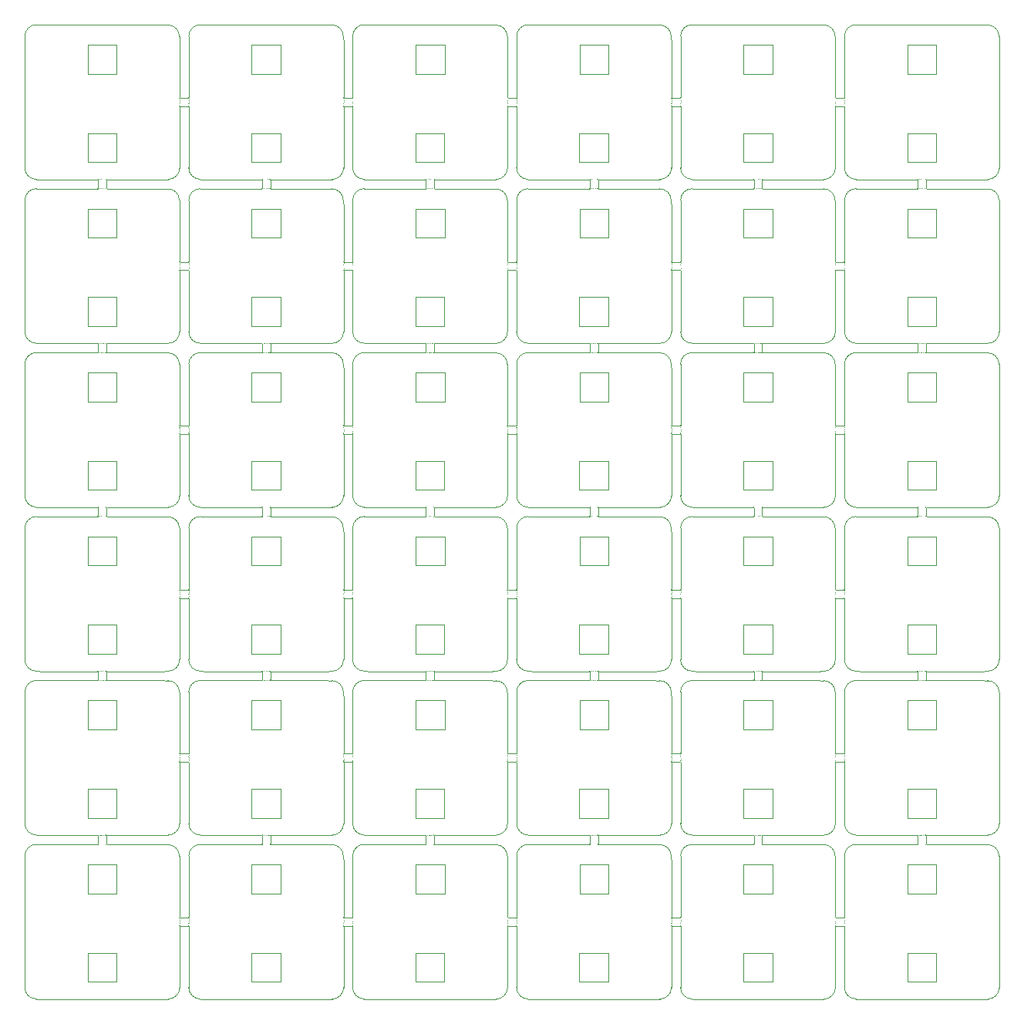
<source format=gm1>
G04 #@! TF.GenerationSoftware,KiCad,Pcbnew,(5.1.5-0-10_14)*
G04 #@! TF.CreationDate,2020-05-05T10:05:08-04:00*
G04 #@! TF.ProjectId,plate,706c6174-652e-46b6-9963-61645f706362,1*
G04 #@! TF.SameCoordinates,Original*
G04 #@! TF.FileFunction,Profile,NP*
%FSLAX46Y46*%
G04 Gerber Fmt 4.6, Leading zero omitted, Abs format (unit mm)*
G04 Created by KiCad (PCBNEW (5.1.5-0-10_14)) date 2020-05-05 10:05:08*
%MOMM*%
%LPD*%
G04 APERTURE LIST*
%ADD10C,0.100000*%
%ADD11C,0.010000*%
G04 APERTURE END LIST*
D10*
X84145000Y-54315000D02*
X84145000Y-53315000D01*
X191145000Y-54315000D02*
X191145000Y-53315000D01*
X191145000Y-72315000D02*
X191145000Y-71315000D01*
X191145000Y-90315000D02*
X191145000Y-89315000D01*
X191145000Y-108315000D02*
X191145000Y-107315000D01*
X191145000Y-126315000D02*
X191145000Y-125315000D01*
X191145000Y-143315000D02*
X191145000Y-144315000D01*
X182145000Y-152315000D02*
X183145000Y-152315000D01*
X164145000Y-152315000D02*
X165145000Y-152315000D01*
X146145000Y-152315000D02*
X147145000Y-152315000D01*
X128145000Y-152315000D02*
X129145000Y-152315000D01*
X110145000Y-152315000D02*
X111145000Y-152315000D01*
X92145000Y-152315000D02*
X93145000Y-152315000D01*
X84145000Y-143315000D02*
X84145000Y-144315000D01*
X84145000Y-125315000D02*
X84145000Y-126315000D01*
X84145000Y-107315000D02*
X84145000Y-108315000D01*
X84145000Y-89315000D02*
X84145000Y-90315000D01*
X84145000Y-71315000D02*
X84145000Y-72315000D01*
X93145000Y-45315000D02*
X92145000Y-45315000D01*
X111145000Y-45315000D02*
X110145000Y-45315000D01*
X129145000Y-45315000D02*
X128145000Y-45315000D01*
X147145000Y-45315000D02*
X146145000Y-45315000D01*
X165145000Y-45315000D02*
X164145000Y-45315000D01*
X182145000Y-45315000D02*
X183145000Y-45315000D01*
D11*
X101195000Y-126115000D02*
G75*
G03X101195000Y-126115000I-50000J0D01*
G01*
X101195000Y-125665000D02*
G75*
G03X101195000Y-125665000I-50000J0D01*
G01*
X101195000Y-125965000D02*
G75*
G03X101195000Y-125965000I-50000J0D01*
G01*
X101145000Y-126315000D02*
G75*
G02X101195000Y-126265000I0J50000D01*
G01*
X101195000Y-125815000D02*
G75*
G03X101195000Y-125815000I-50000J0D01*
G01*
X101645000Y-125365000D02*
X101195000Y-125365000D01*
X101195000Y-125515000D02*
G75*
G03X101195000Y-125515000I-50000J0D01*
G01*
X101195000Y-125365000D02*
G75*
G02X101145000Y-125315000I-50000J0D01*
G01*
X101195000Y-126265000D02*
X101645000Y-126265000D01*
X92145000Y-134315000D02*
X91869998Y-134314999D01*
X93670000Y-134315001D02*
X93145000Y-134315000D01*
X101145000Y-119765000D02*
X101145000Y-125315000D01*
X84145000Y-126315000D02*
X84145000Y-132265000D01*
X86144999Y-134315000D02*
X91869998Y-134314999D01*
X101145000Y-126815000D02*
X101145000Y-132265000D01*
X93670000Y-134315001D02*
X99145001Y-134315000D01*
X84145000Y-118584999D02*
G75*
G02X85415000Y-117314999I1270000J0D01*
G01*
X86145000Y-117315001D02*
X85415000Y-117314999D01*
X84145000Y-118584999D02*
X84145000Y-120765000D01*
X85407500Y-134293500D02*
G75*
G02X84137500Y-133023500I0J1270000D01*
G01*
X86144999Y-134315000D02*
X85407500Y-134293500D01*
X101142800Y-133036200D02*
G75*
G02X99872800Y-134306200I-1270000J0D01*
G01*
X99872800Y-134306200D02*
X99145001Y-134315000D01*
X99847400Y-117339000D02*
G75*
G02X101117400Y-118609000I0J-1270000D01*
G01*
X99145001Y-117314999D02*
X99847400Y-117339000D01*
X101117400Y-118609000D02*
X101145000Y-119314999D01*
D10*
X91036000Y-129227000D02*
X91036000Y-132402000D01*
X91036000Y-132402000D02*
X94211000Y-132402000D01*
X94211000Y-132402000D02*
X94211000Y-129227000D01*
X94211000Y-129227000D02*
X91036000Y-129227000D01*
X91059000Y-122700000D02*
X94234000Y-122700000D01*
X94234000Y-119525000D02*
X91059000Y-119525000D01*
X91059000Y-119525000D02*
X91059000Y-122700000D01*
D11*
X84137500Y-133023500D02*
X84145000Y-132265000D01*
D10*
X94234000Y-122700000D02*
X94234000Y-119525000D01*
D11*
X101145000Y-126315000D02*
X101145000Y-126815000D01*
X101145000Y-132815000D02*
X101142800Y-133036200D01*
X92395000Y-117315000D02*
G75*
G03X92395000Y-117315000I-50000J0D01*
G01*
X92695000Y-117315000D02*
G75*
G03X92695000Y-117315000I-50000J0D01*
G01*
X92195000Y-116815000D02*
X92195000Y-117265000D01*
X92195000Y-117265000D02*
G75*
G02X92145000Y-117315000I0J-50000D01*
G01*
X93095000Y-117265000D02*
X93095000Y-116815000D01*
X92545000Y-117315000D02*
G75*
G03X92545000Y-117315000I-50000J0D01*
G01*
X92845000Y-117315000D02*
G75*
G03X92845000Y-117315000I-50000J0D01*
G01*
X93145000Y-117315000D02*
G75*
G02X93095000Y-117265000I-50000J0D01*
G01*
X92995000Y-117315000D02*
G75*
G03X92995000Y-117315000I-50000J0D01*
G01*
X101145000Y-119765000D02*
X101145000Y-119314999D01*
X101145000Y-132815000D02*
X101145000Y-132265000D01*
X92145000Y-117315000D02*
X86145000Y-117315001D01*
X93095000Y-134365000D02*
G75*
G02X93145000Y-134315000I0J50000D01*
G01*
X92195000Y-134365000D02*
X92195000Y-134815000D01*
X92695000Y-134315000D02*
G75*
G03X92695000Y-134315000I-50000J0D01*
G01*
X93095000Y-134815000D02*
X93095000Y-134365000D01*
X92845000Y-134315000D02*
G75*
G03X92845000Y-134315000I-50000J0D01*
G01*
X92545000Y-134315000D02*
G75*
G03X92545000Y-134315000I-50000J0D01*
G01*
X92995000Y-134315000D02*
G75*
G03X92995000Y-134315000I-50000J0D01*
G01*
X92145000Y-134315000D02*
G75*
G02X92195000Y-134365000I50000J0D01*
G01*
X92395000Y-134315000D02*
G75*
G03X92395000Y-134315000I-50000J0D01*
G01*
X119195000Y-126115000D02*
G75*
G03X119195000Y-126115000I-50000J0D01*
G01*
X119195000Y-125665000D02*
G75*
G03X119195000Y-125665000I-50000J0D01*
G01*
X119195000Y-125965000D02*
G75*
G03X119195000Y-125965000I-50000J0D01*
G01*
X119145000Y-126315000D02*
G75*
G02X119195000Y-126265000I0J50000D01*
G01*
X119195000Y-125815000D02*
G75*
G03X119195000Y-125815000I-50000J0D01*
G01*
X119645000Y-125365000D02*
X119195000Y-125365000D01*
X119195000Y-125515000D02*
G75*
G03X119195000Y-125515000I-50000J0D01*
G01*
X119195000Y-125365000D02*
G75*
G02X119145000Y-125315000I-50000J0D01*
G01*
X119195000Y-126265000D02*
X119645000Y-126265000D01*
X110145000Y-134315000D02*
X109869998Y-134314999D01*
X111670000Y-134315001D02*
X111145000Y-134315000D01*
X119145000Y-119765000D02*
X119145000Y-125315000D01*
X102145000Y-126315000D02*
X102145000Y-132265000D01*
X104144999Y-134315000D02*
X109869998Y-134314999D01*
X119145000Y-126815000D02*
X119145000Y-132265000D01*
X111670000Y-134315001D02*
X117145001Y-134315000D01*
X102145000Y-118584999D02*
G75*
G02X103415000Y-117314999I1270000J0D01*
G01*
X104145000Y-117315001D02*
X103415000Y-117314999D01*
X102145000Y-118584999D02*
X102145000Y-120765000D01*
X103407500Y-134293500D02*
G75*
G02X102137500Y-133023500I0J1270000D01*
G01*
X104144999Y-134315000D02*
X103407500Y-134293500D01*
X119142800Y-133036200D02*
G75*
G02X117872800Y-134306200I-1270000J0D01*
G01*
X117872800Y-134306200D02*
X117145001Y-134315000D01*
X117847400Y-117339000D02*
G75*
G02X119117400Y-118609000I0J-1270000D01*
G01*
X117145001Y-117314999D02*
X117847400Y-117339000D01*
X119117400Y-118609000D02*
X119145000Y-119314999D01*
D10*
X109036000Y-129227000D02*
X109036000Y-132402000D01*
X109036000Y-132402000D02*
X112211000Y-132402000D01*
X112211000Y-132402000D02*
X112211000Y-129227000D01*
X112211000Y-129227000D02*
X109036000Y-129227000D01*
X109059000Y-122700000D02*
X112234000Y-122700000D01*
X112234000Y-119525000D02*
X109059000Y-119525000D01*
X109059000Y-119525000D02*
X109059000Y-122700000D01*
D11*
X102137500Y-133023500D02*
X102145000Y-132265000D01*
D10*
X112234000Y-122700000D02*
X112234000Y-119525000D01*
D11*
X119145000Y-126315000D02*
X119145000Y-126815000D01*
X119145000Y-132815000D02*
X119142800Y-133036200D01*
X110395000Y-117315000D02*
G75*
G03X110395000Y-117315000I-50000J0D01*
G01*
X110695000Y-117315000D02*
G75*
G03X110695000Y-117315000I-50000J0D01*
G01*
X110195000Y-116815000D02*
X110195000Y-117265000D01*
X110195000Y-117265000D02*
G75*
G02X110145000Y-117315000I0J-50000D01*
G01*
X111095000Y-117265000D02*
X111095000Y-116815000D01*
X110545000Y-117315000D02*
G75*
G03X110545000Y-117315000I-50000J0D01*
G01*
X110845000Y-117315000D02*
G75*
G03X110845000Y-117315000I-50000J0D01*
G01*
X111145000Y-117315000D02*
G75*
G02X111095000Y-117265000I-50000J0D01*
G01*
X110995000Y-117315000D02*
G75*
G03X110995000Y-117315000I-50000J0D01*
G01*
X119145000Y-119765000D02*
X119145000Y-119314999D01*
X119145000Y-132815000D02*
X119145000Y-132265000D01*
X110145000Y-117315000D02*
X104145000Y-117315001D01*
X111095000Y-134365000D02*
G75*
G02X111145000Y-134315000I0J50000D01*
G01*
X110195000Y-134365000D02*
X110195000Y-134815000D01*
X110695000Y-134315000D02*
G75*
G03X110695000Y-134315000I-50000J0D01*
G01*
X111095000Y-134815000D02*
X111095000Y-134365000D01*
X110845000Y-134315000D02*
G75*
G03X110845000Y-134315000I-50000J0D01*
G01*
X110545000Y-134315000D02*
G75*
G03X110545000Y-134315000I-50000J0D01*
G01*
X110995000Y-134315000D02*
G75*
G03X110995000Y-134315000I-50000J0D01*
G01*
X110145000Y-134315000D02*
G75*
G02X110195000Y-134365000I50000J0D01*
G01*
X110395000Y-134315000D02*
G75*
G03X110395000Y-134315000I-50000J0D01*
G01*
X102195000Y-126115000D02*
G75*
G03X102195000Y-126115000I-50000J0D01*
G01*
X111145000Y-117315000D02*
X117145001Y-117314999D01*
X102195000Y-125815000D02*
G75*
G03X102195000Y-125815000I-50000J0D01*
G01*
X101645000Y-125365000D02*
X102095000Y-125365000D01*
X102145000Y-126315000D02*
G75*
G03X102095000Y-126265000I0J50000D01*
G01*
X102195000Y-125965000D02*
G75*
G03X102195000Y-125965000I-50000J0D01*
G01*
X102195000Y-125515000D02*
G75*
G03X102195000Y-125515000I-50000J0D01*
G01*
X102095000Y-125365000D02*
G75*
G03X102145000Y-125315000I50000J0D01*
G01*
X102095000Y-126265000D02*
X101645000Y-126265000D01*
X102195000Y-125665000D02*
G75*
G03X102195000Y-125665000I-50000J0D01*
G01*
X102145000Y-125315000D02*
X102145000Y-120765000D01*
X101195000Y-144115000D02*
G75*
G03X101195000Y-144115000I-50000J0D01*
G01*
X101195000Y-143665000D02*
G75*
G03X101195000Y-143665000I-50000J0D01*
G01*
X101195000Y-143965000D02*
G75*
G03X101195000Y-143965000I-50000J0D01*
G01*
X101145000Y-144315000D02*
G75*
G02X101195000Y-144265000I0J50000D01*
G01*
X101195000Y-143815000D02*
G75*
G03X101195000Y-143815000I-50000J0D01*
G01*
X101645000Y-143365000D02*
X101195000Y-143365000D01*
X101195000Y-143515000D02*
G75*
G03X101195000Y-143515000I-50000J0D01*
G01*
X101195000Y-143365000D02*
G75*
G02X101145000Y-143315000I-50000J0D01*
G01*
X101195000Y-144265000D02*
X101645000Y-144265000D01*
X92145000Y-152315000D02*
X91869998Y-152314999D01*
X93670000Y-152315001D02*
X93145000Y-152315000D01*
X101145000Y-137765000D02*
X101145000Y-143315000D01*
X84145000Y-144315000D02*
X84145000Y-150265000D01*
X86144999Y-152315000D02*
X91869998Y-152314999D01*
X101145000Y-144815000D02*
X101145000Y-150265000D01*
X93670000Y-152315001D02*
X99145001Y-152315000D01*
X84145000Y-136584999D02*
G75*
G02X85415000Y-135314999I1270000J0D01*
G01*
X86145000Y-135315001D02*
X85415000Y-135314999D01*
X84145000Y-136584999D02*
X84145000Y-138765000D01*
X85407500Y-152293500D02*
G75*
G02X84137500Y-151023500I0J1270000D01*
G01*
X86144999Y-152315000D02*
X85407500Y-152293500D01*
X101142800Y-151036200D02*
G75*
G02X99872800Y-152306200I-1270000J0D01*
G01*
X99872800Y-152306200D02*
X99145001Y-152315000D01*
X99847400Y-135339000D02*
G75*
G02X101117400Y-136609000I0J-1270000D01*
G01*
X99145001Y-135314999D02*
X99847400Y-135339000D01*
X101117400Y-136609000D02*
X101145000Y-137314999D01*
D10*
X91036000Y-147227000D02*
X91036000Y-150402000D01*
X91036000Y-150402000D02*
X94211000Y-150402000D01*
X94211000Y-150402000D02*
X94211000Y-147227000D01*
X94211000Y-147227000D02*
X91036000Y-147227000D01*
X91059000Y-140700000D02*
X94234000Y-140700000D01*
X94234000Y-137525000D02*
X91059000Y-137525000D01*
X91059000Y-137525000D02*
X91059000Y-140700000D01*
D11*
X84137500Y-151023500D02*
X84145000Y-150265000D01*
D10*
X94234000Y-140700000D02*
X94234000Y-137525000D01*
D11*
X101145000Y-144315000D02*
X101145000Y-144815000D01*
X101145000Y-150815000D02*
X101142800Y-151036200D01*
X92395000Y-135315000D02*
G75*
G03X92395000Y-135315000I-50000J0D01*
G01*
X92695000Y-135315000D02*
G75*
G03X92695000Y-135315000I-50000J0D01*
G01*
X92195000Y-134815000D02*
X92195000Y-135265000D01*
X92195000Y-135265000D02*
G75*
G02X92145000Y-135315000I0J-50000D01*
G01*
X93095000Y-135265000D02*
X93095000Y-134815000D01*
X92545000Y-135315000D02*
G75*
G03X92545000Y-135315000I-50000J0D01*
G01*
X92845000Y-135315000D02*
G75*
G03X92845000Y-135315000I-50000J0D01*
G01*
X93145000Y-135315000D02*
G75*
G02X93095000Y-135265000I-50000J0D01*
G01*
X92995000Y-135315000D02*
G75*
G03X92995000Y-135315000I-50000J0D01*
G01*
X101145000Y-137765000D02*
X101145000Y-137314999D01*
X101145000Y-150815000D02*
X101145000Y-150265000D01*
X92145000Y-135315000D02*
X86145000Y-135315001D01*
X119195000Y-144115000D02*
G75*
G03X119195000Y-144115000I-50000J0D01*
G01*
X119195000Y-143665000D02*
G75*
G03X119195000Y-143665000I-50000J0D01*
G01*
X119195000Y-143965000D02*
G75*
G03X119195000Y-143965000I-50000J0D01*
G01*
X119145000Y-144315000D02*
G75*
G02X119195000Y-144265000I0J50000D01*
G01*
X119195000Y-143815000D02*
G75*
G03X119195000Y-143815000I-50000J0D01*
G01*
X119645000Y-143365000D02*
X119195000Y-143365000D01*
X119195000Y-143515000D02*
G75*
G03X119195000Y-143515000I-50000J0D01*
G01*
X119195000Y-143365000D02*
G75*
G02X119145000Y-143315000I-50000J0D01*
G01*
X119195000Y-144265000D02*
X119645000Y-144265000D01*
X110145000Y-152315000D02*
X109869998Y-152314999D01*
X111670000Y-152315001D02*
X111145000Y-152315000D01*
X119145000Y-137765000D02*
X119145000Y-143315000D01*
X102145000Y-144315000D02*
X102145000Y-150265000D01*
X104144999Y-152315000D02*
X109869998Y-152314999D01*
X119145000Y-144815000D02*
X119145000Y-150265000D01*
X111670000Y-152315001D02*
X117145001Y-152315000D01*
X102145000Y-136584999D02*
G75*
G02X103415000Y-135314999I1270000J0D01*
G01*
X104145000Y-135315001D02*
X103415000Y-135314999D01*
X102145000Y-136584999D02*
X102145000Y-138765000D01*
X103407500Y-152293500D02*
G75*
G02X102137500Y-151023500I0J1270000D01*
G01*
X104144999Y-152315000D02*
X103407500Y-152293500D01*
X119142800Y-151036200D02*
G75*
G02X117872800Y-152306200I-1270000J0D01*
G01*
X117872800Y-152306200D02*
X117145001Y-152315000D01*
X117847400Y-135339000D02*
G75*
G02X119117400Y-136609000I0J-1270000D01*
G01*
X117145001Y-135314999D02*
X117847400Y-135339000D01*
X119117400Y-136609000D02*
X119145000Y-137314999D01*
D10*
X109036000Y-147227000D02*
X109036000Y-150402000D01*
X109036000Y-150402000D02*
X112211000Y-150402000D01*
X112211000Y-150402000D02*
X112211000Y-147227000D01*
X112211000Y-147227000D02*
X109036000Y-147227000D01*
X109059000Y-140700000D02*
X112234000Y-140700000D01*
X112234000Y-137525000D02*
X109059000Y-137525000D01*
X109059000Y-137525000D02*
X109059000Y-140700000D01*
D11*
X102137500Y-151023500D02*
X102145000Y-150265000D01*
D10*
X112234000Y-140700000D02*
X112234000Y-137525000D01*
D11*
X119145000Y-144315000D02*
X119145000Y-144815000D01*
X119145000Y-150815000D02*
X119142800Y-151036200D01*
X110395000Y-135315000D02*
G75*
G03X110395000Y-135315000I-50000J0D01*
G01*
X110695000Y-135315000D02*
G75*
G03X110695000Y-135315000I-50000J0D01*
G01*
X110195000Y-134815000D02*
X110195000Y-135265000D01*
X110195000Y-135265000D02*
G75*
G02X110145000Y-135315000I0J-50000D01*
G01*
X111095000Y-135265000D02*
X111095000Y-134815000D01*
X110545000Y-135315000D02*
G75*
G03X110545000Y-135315000I-50000J0D01*
G01*
X110845000Y-135315000D02*
G75*
G03X110845000Y-135315000I-50000J0D01*
G01*
X111145000Y-135315000D02*
G75*
G02X111095000Y-135265000I-50000J0D01*
G01*
X110995000Y-135315000D02*
G75*
G03X110995000Y-135315000I-50000J0D01*
G01*
X119145000Y-137765000D02*
X119145000Y-137314999D01*
X119145000Y-150815000D02*
X119145000Y-150265000D01*
X110145000Y-135315000D02*
X104145000Y-135315001D01*
X102195000Y-144115000D02*
G75*
G03X102195000Y-144115000I-50000J0D01*
G01*
X111145000Y-135315000D02*
X117145001Y-135314999D01*
X102195000Y-143815000D02*
G75*
G03X102195000Y-143815000I-50000J0D01*
G01*
X101645000Y-143365000D02*
X102095000Y-143365000D01*
X102145000Y-144315000D02*
G75*
G03X102095000Y-144265000I0J50000D01*
G01*
X102195000Y-143965000D02*
G75*
G03X102195000Y-143965000I-50000J0D01*
G01*
X102195000Y-143515000D02*
G75*
G03X102195000Y-143515000I-50000J0D01*
G01*
X102095000Y-143365000D02*
G75*
G03X102145000Y-143315000I50000J0D01*
G01*
X102095000Y-144265000D02*
X101645000Y-144265000D01*
X102195000Y-143665000D02*
G75*
G03X102195000Y-143665000I-50000J0D01*
G01*
X102145000Y-143315000D02*
X102145000Y-138765000D01*
X93145000Y-135315000D02*
X99145001Y-135314999D01*
X173195000Y-144115000D02*
G75*
G03X173195000Y-144115000I-50000J0D01*
G01*
X173195000Y-143665000D02*
G75*
G03X173195000Y-143665000I-50000J0D01*
G01*
X173195000Y-143965000D02*
G75*
G03X173195000Y-143965000I-50000J0D01*
G01*
X173145000Y-144315000D02*
G75*
G02X173195000Y-144265000I0J50000D01*
G01*
X173195000Y-143815000D02*
G75*
G03X173195000Y-143815000I-50000J0D01*
G01*
X173645000Y-143365000D02*
X173195000Y-143365000D01*
X173195000Y-143515000D02*
G75*
G03X173195000Y-143515000I-50000J0D01*
G01*
X173195000Y-143365000D02*
G75*
G02X173145000Y-143315000I-50000J0D01*
G01*
X173195000Y-144265000D02*
X173645000Y-144265000D01*
X164145000Y-152315000D02*
X163869998Y-152314999D01*
X165670000Y-152315001D02*
X165145000Y-152315000D01*
X173145000Y-137765000D02*
X173145000Y-143315000D01*
X156145000Y-144315000D02*
X156145000Y-150265000D01*
X158144999Y-152315000D02*
X163869998Y-152314999D01*
X173145000Y-144815000D02*
X173145000Y-150265000D01*
X165670000Y-152315001D02*
X171145001Y-152315000D01*
X156145000Y-136584999D02*
G75*
G02X157415000Y-135314999I1270000J0D01*
G01*
X158145000Y-135315001D02*
X157415000Y-135314999D01*
X156145000Y-136584999D02*
X156145000Y-138765000D01*
X157407500Y-152293500D02*
G75*
G02X156137500Y-151023500I0J1270000D01*
G01*
X158144999Y-152315000D02*
X157407500Y-152293500D01*
X173142800Y-151036200D02*
G75*
G02X171872800Y-152306200I-1270000J0D01*
G01*
X171872800Y-152306200D02*
X171145001Y-152315000D01*
X171847400Y-135339000D02*
G75*
G02X173117400Y-136609000I0J-1270000D01*
G01*
X171145001Y-135314999D02*
X171847400Y-135339000D01*
X173117400Y-136609000D02*
X173145000Y-137314999D01*
D10*
X163036000Y-147227000D02*
X163036000Y-150402000D01*
X163036000Y-150402000D02*
X166211000Y-150402000D01*
X166211000Y-150402000D02*
X166211000Y-147227000D01*
X166211000Y-147227000D02*
X163036000Y-147227000D01*
X163059000Y-140700000D02*
X166234000Y-140700000D01*
X166234000Y-137525000D02*
X163059000Y-137525000D01*
X163059000Y-137525000D02*
X163059000Y-140700000D01*
D11*
X156137500Y-151023500D02*
X156145000Y-150265000D01*
D10*
X166234000Y-140700000D02*
X166234000Y-137525000D01*
D11*
X191145000Y-150815000D02*
X191142800Y-151036200D01*
X182395000Y-135315000D02*
G75*
G03X182395000Y-135315000I-50000J0D01*
G01*
X182695000Y-135315000D02*
G75*
G03X182695000Y-135315000I-50000J0D01*
G01*
X182195000Y-134815000D02*
X182195000Y-135265000D01*
X182195000Y-135265000D02*
G75*
G02X182145000Y-135315000I0J-50000D01*
G01*
X183095000Y-135265000D02*
X183095000Y-134815000D01*
X182545000Y-135315000D02*
G75*
G03X182545000Y-135315000I-50000J0D01*
G01*
X182845000Y-135315000D02*
G75*
G03X182845000Y-135315000I-50000J0D01*
G01*
X183145000Y-135315000D02*
G75*
G02X183095000Y-135265000I-50000J0D01*
G01*
X174195000Y-144115000D02*
G75*
G03X174195000Y-144115000I-50000J0D01*
G01*
X183145000Y-135315000D02*
X189145001Y-135314999D01*
X174195000Y-143815000D02*
G75*
G03X174195000Y-143815000I-50000J0D01*
G01*
X173645000Y-143365000D02*
X174095000Y-143365000D01*
X84145000Y-143315000D02*
X84145000Y-138765000D01*
X174145000Y-144315000D02*
G75*
G03X174095000Y-144265000I0J50000D01*
G01*
X174195000Y-143965000D02*
G75*
G03X174195000Y-143965000I-50000J0D01*
G01*
X174195000Y-143515000D02*
G75*
G03X174195000Y-143515000I-50000J0D01*
G01*
X174095000Y-143365000D02*
G75*
G03X174145000Y-143315000I50000J0D01*
G01*
X174095000Y-144265000D02*
X173645000Y-144265000D01*
X174195000Y-143665000D02*
G75*
G03X174195000Y-143665000I-50000J0D01*
G01*
X174145000Y-143315000D02*
X174145000Y-138765000D01*
X165145000Y-135315000D02*
X171145001Y-135314999D01*
X156195000Y-143815000D02*
G75*
G03X156195000Y-143815000I-50000J0D01*
G01*
X155645000Y-143365000D02*
X156095000Y-143365000D01*
X156145000Y-144315000D02*
G75*
G03X156095000Y-144265000I0J50000D01*
G01*
X156195000Y-143965000D02*
G75*
G03X156195000Y-143965000I-50000J0D01*
G01*
X156195000Y-143515000D02*
G75*
G03X156195000Y-143515000I-50000J0D01*
G01*
X156095000Y-143365000D02*
G75*
G03X156145000Y-143315000I50000J0D01*
G01*
X156145000Y-143315000D02*
X156145000Y-138765000D01*
X173145000Y-150815000D02*
X173142800Y-151036200D01*
X164395000Y-135315000D02*
G75*
G03X164395000Y-135315000I-50000J0D01*
G01*
X164695000Y-135315000D02*
G75*
G03X164695000Y-135315000I-50000J0D01*
G01*
X164195000Y-134815000D02*
X164195000Y-135265000D01*
X164195000Y-135265000D02*
G75*
G02X164145000Y-135315000I0J-50000D01*
G01*
X165095000Y-135265000D02*
X165095000Y-134815000D01*
X164545000Y-135315000D02*
G75*
G03X164545000Y-135315000I-50000J0D01*
G01*
X164845000Y-135315000D02*
G75*
G03X164845000Y-135315000I-50000J0D01*
G01*
X165145000Y-135315000D02*
G75*
G02X165095000Y-135265000I-50000J0D01*
G01*
X164995000Y-135315000D02*
G75*
G03X164995000Y-135315000I-50000J0D01*
G01*
X173145000Y-137765000D02*
X173145000Y-137314999D01*
X173145000Y-150815000D02*
X173145000Y-150265000D01*
X164145000Y-135315000D02*
X158145000Y-135315001D01*
X156195000Y-144115000D02*
G75*
G03X156195000Y-144115000I-50000J0D01*
G01*
X182145000Y-152315000D02*
X181869998Y-152314999D01*
X183670000Y-152315001D02*
X183145000Y-152315000D01*
X191145000Y-137765000D02*
X191145000Y-143315000D01*
X174145000Y-144315000D02*
X174145000Y-150265000D01*
X176144999Y-152315000D02*
X181869998Y-152314999D01*
X191145000Y-144815000D02*
X191145000Y-150265000D01*
X183670000Y-152315001D02*
X189145001Y-152315000D01*
X174145000Y-136584999D02*
G75*
G02X175415000Y-135314999I1270000J0D01*
G01*
X176145000Y-135315001D02*
X175415000Y-135314999D01*
X174145000Y-136584999D02*
X174145000Y-138765000D01*
X175407500Y-152293500D02*
G75*
G02X174137500Y-151023500I0J1270000D01*
G01*
X176144999Y-152315000D02*
X175407500Y-152293500D01*
X191142800Y-151036200D02*
G75*
G02X189872800Y-152306200I-1270000J0D01*
G01*
X189872800Y-152306200D02*
X189145001Y-152315000D01*
X189847400Y-135339000D02*
G75*
G02X191117400Y-136609000I0J-1270000D01*
G01*
X189145001Y-135314999D02*
X189847400Y-135339000D01*
X191117400Y-136609000D02*
X191145000Y-137314999D01*
D10*
X181036000Y-147227000D02*
X181036000Y-150402000D01*
X181036000Y-150402000D02*
X184211000Y-150402000D01*
X184211000Y-150402000D02*
X184211000Y-147227000D01*
X184211000Y-147227000D02*
X181036000Y-147227000D01*
X181059000Y-140700000D02*
X184234000Y-140700000D01*
X184234000Y-137525000D02*
X181059000Y-137525000D01*
X181059000Y-137525000D02*
X181059000Y-140700000D01*
D11*
X174137500Y-151023500D02*
X174145000Y-150265000D01*
D10*
X184234000Y-140700000D02*
X184234000Y-137525000D01*
D11*
X191145000Y-144315000D02*
X191145000Y-144815000D01*
X182995000Y-135315000D02*
G75*
G03X182995000Y-135315000I-50000J0D01*
G01*
X191145000Y-137765000D02*
X191145000Y-137314999D01*
X191145000Y-150815000D02*
X191145000Y-150265000D01*
X182145000Y-135315000D02*
X176145000Y-135315001D01*
X156095000Y-144265000D02*
X155645000Y-144265000D01*
X156195000Y-143665000D02*
G75*
G03X156195000Y-143665000I-50000J0D01*
G01*
X173145000Y-144315000D02*
X173145000Y-144815000D01*
X137145000Y-150815000D02*
X137142800Y-151036200D01*
X128395000Y-135315000D02*
G75*
G03X128395000Y-135315000I-50000J0D01*
G01*
X128695000Y-135315000D02*
G75*
G03X128695000Y-135315000I-50000J0D01*
G01*
X128195000Y-134815000D02*
X128195000Y-135265000D01*
X128195000Y-135265000D02*
G75*
G02X128145000Y-135315000I0J-50000D01*
G01*
X129095000Y-135265000D02*
X129095000Y-134815000D01*
X128545000Y-135315000D02*
G75*
G03X128545000Y-135315000I-50000J0D01*
G01*
X128845000Y-135315000D02*
G75*
G03X128845000Y-135315000I-50000J0D01*
G01*
X129145000Y-135315000D02*
G75*
G02X129095000Y-135265000I-50000J0D01*
G01*
X128995000Y-135315000D02*
G75*
G03X128995000Y-135315000I-50000J0D01*
G01*
X137145000Y-137765000D02*
X137145000Y-137314999D01*
X137145000Y-150815000D02*
X137145000Y-150265000D01*
X128145000Y-135315000D02*
X122145000Y-135315001D01*
X120195000Y-144115000D02*
G75*
G03X120195000Y-144115000I-50000J0D01*
G01*
X155195000Y-144115000D02*
G75*
G03X155195000Y-144115000I-50000J0D01*
G01*
X155195000Y-143665000D02*
G75*
G03X155195000Y-143665000I-50000J0D01*
G01*
X155195000Y-143965000D02*
G75*
G03X155195000Y-143965000I-50000J0D01*
G01*
X155145000Y-144315000D02*
G75*
G02X155195000Y-144265000I0J50000D01*
G01*
X155195000Y-143815000D02*
G75*
G03X155195000Y-143815000I-50000J0D01*
G01*
X155645000Y-143365000D02*
X155195000Y-143365000D01*
X155195000Y-143515000D02*
G75*
G03X155195000Y-143515000I-50000J0D01*
G01*
X155195000Y-143365000D02*
G75*
G02X155145000Y-143315000I-50000J0D01*
G01*
X155195000Y-144265000D02*
X155645000Y-144265000D01*
X146145000Y-152315000D02*
X145869998Y-152314999D01*
X147670000Y-152315001D02*
X147145000Y-152315000D01*
X155145000Y-137765000D02*
X155145000Y-143315000D01*
X138145000Y-144315000D02*
X138145000Y-150265000D01*
X140144999Y-152315000D02*
X145869998Y-152314999D01*
X155145000Y-150815000D02*
X155142800Y-151036200D01*
X146395000Y-135315000D02*
G75*
G03X146395000Y-135315000I-50000J0D01*
G01*
X146695000Y-135315000D02*
G75*
G03X146695000Y-135315000I-50000J0D01*
G01*
X146195000Y-134815000D02*
X146195000Y-135265000D01*
X146195000Y-135265000D02*
G75*
G02X146145000Y-135315000I0J-50000D01*
G01*
X147095000Y-135265000D02*
X147095000Y-134815000D01*
X146545000Y-135315000D02*
G75*
G03X146545000Y-135315000I-50000J0D01*
G01*
X146845000Y-135315000D02*
G75*
G03X146845000Y-135315000I-50000J0D01*
G01*
X147145000Y-135315000D02*
G75*
G02X147095000Y-135265000I-50000J0D01*
G01*
X146995000Y-135315000D02*
G75*
G03X146995000Y-135315000I-50000J0D01*
G01*
X155145000Y-137765000D02*
X155145000Y-137314999D01*
X155145000Y-150815000D02*
X155145000Y-150265000D01*
X146145000Y-135315000D02*
X140145000Y-135315001D01*
X138195000Y-144115000D02*
G75*
G03X138195000Y-144115000I-50000J0D01*
G01*
X147145000Y-135315000D02*
X153145001Y-135314999D01*
X137645000Y-143365000D02*
X138095000Y-143365000D01*
X138145000Y-144315000D02*
G75*
G03X138095000Y-144265000I0J50000D01*
G01*
X138195000Y-143965000D02*
G75*
G03X138195000Y-143965000I-50000J0D01*
G01*
X138195000Y-143515000D02*
G75*
G03X138195000Y-143515000I-50000J0D01*
G01*
X138095000Y-143365000D02*
G75*
G03X138145000Y-143315000I50000J0D01*
G01*
X138095000Y-144265000D02*
X137645000Y-144265000D01*
X138195000Y-143665000D02*
G75*
G03X138195000Y-143665000I-50000J0D01*
G01*
X138145000Y-143315000D02*
X138145000Y-138765000D01*
X120195000Y-143965000D02*
G75*
G03X120195000Y-143965000I-50000J0D01*
G01*
X120195000Y-143515000D02*
G75*
G03X120195000Y-143515000I-50000J0D01*
G01*
X120095000Y-143365000D02*
G75*
G03X120145000Y-143315000I50000J0D01*
G01*
X120095000Y-144265000D02*
X119645000Y-144265000D01*
X120195000Y-143665000D02*
G75*
G03X120195000Y-143665000I-50000J0D01*
G01*
X120145000Y-143315000D02*
X120145000Y-138765000D01*
D10*
X130234000Y-140700000D02*
X130234000Y-137525000D01*
D11*
X140145000Y-135315001D02*
X139415000Y-135314999D01*
X138145000Y-136584999D02*
X138145000Y-138765000D01*
X139407500Y-152293500D02*
G75*
G02X138137500Y-151023500I0J1270000D01*
G01*
X140144999Y-152315000D02*
X139407500Y-152293500D01*
X155142800Y-151036200D02*
G75*
G02X153872800Y-152306200I-1270000J0D01*
G01*
X153872800Y-152306200D02*
X153145001Y-152315000D01*
X153847400Y-135339000D02*
G75*
G02X155117400Y-136609000I0J-1270000D01*
G01*
X153145001Y-135314999D02*
X153847400Y-135339000D01*
X155117400Y-136609000D02*
X155145000Y-137314999D01*
D10*
X145036000Y-147227000D02*
X145036000Y-150402000D01*
X145036000Y-150402000D02*
X148211000Y-150402000D01*
X148211000Y-150402000D02*
X148211000Y-147227000D01*
X148211000Y-147227000D02*
X145036000Y-147227000D01*
X145059000Y-140700000D02*
X148234000Y-140700000D01*
X148234000Y-137525000D02*
X145059000Y-137525000D01*
X145059000Y-137525000D02*
X145059000Y-140700000D01*
D11*
X138137500Y-151023500D02*
X138145000Y-150265000D01*
D10*
X148234000Y-140700000D02*
X148234000Y-137525000D01*
D11*
X155145000Y-144315000D02*
X155145000Y-144815000D01*
X93145000Y-117315000D02*
X99145001Y-117314999D01*
X138195000Y-143815000D02*
G75*
G03X138195000Y-143815000I-50000J0D01*
G01*
X155145000Y-144815000D02*
X155145000Y-150265000D01*
X147670000Y-152315001D02*
X153145001Y-152315000D01*
X138145000Y-136584999D02*
G75*
G02X139415000Y-135314999I1270000J0D01*
G01*
X129145000Y-135315000D02*
X135145001Y-135314999D01*
X120195000Y-143815000D02*
G75*
G03X120195000Y-143815000I-50000J0D01*
G01*
X119645000Y-143365000D02*
X120095000Y-143365000D01*
X120145000Y-144315000D02*
G75*
G03X120095000Y-144265000I0J50000D01*
G01*
X137195000Y-144115000D02*
G75*
G03X137195000Y-144115000I-50000J0D01*
G01*
X137195000Y-143665000D02*
G75*
G03X137195000Y-143665000I-50000J0D01*
G01*
X137195000Y-143965000D02*
G75*
G03X137195000Y-143965000I-50000J0D01*
G01*
X137145000Y-144315000D02*
G75*
G02X137195000Y-144265000I0J50000D01*
G01*
X137195000Y-143815000D02*
G75*
G03X137195000Y-143815000I-50000J0D01*
G01*
X137645000Y-143365000D02*
X137195000Y-143365000D01*
X137195000Y-143515000D02*
G75*
G03X137195000Y-143515000I-50000J0D01*
G01*
X137195000Y-143365000D02*
G75*
G02X137145000Y-143315000I-50000J0D01*
G01*
X137195000Y-144265000D02*
X137645000Y-144265000D01*
X128145000Y-152315000D02*
X127869998Y-152314999D01*
X129670000Y-152315001D02*
X129145000Y-152315000D01*
X137145000Y-137765000D02*
X137145000Y-143315000D01*
X120145000Y-144315000D02*
X120145000Y-150265000D01*
X122144999Y-152315000D02*
X127869998Y-152314999D01*
X137145000Y-144815000D02*
X137145000Y-150265000D01*
X129670000Y-152315001D02*
X135145001Y-152315000D01*
X120145000Y-136584999D02*
G75*
G02X121415000Y-135314999I1270000J0D01*
G01*
X122145000Y-135315001D02*
X121415000Y-135314999D01*
X120145000Y-136584999D02*
X120145000Y-138765000D01*
X121407500Y-152293500D02*
G75*
G02X120137500Y-151023500I0J1270000D01*
G01*
X122144999Y-152315000D02*
X121407500Y-152293500D01*
X137142800Y-151036200D02*
G75*
G02X135872800Y-152306200I-1270000J0D01*
G01*
X135872800Y-152306200D02*
X135145001Y-152315000D01*
X135847400Y-135339000D02*
G75*
G02X137117400Y-136609000I0J-1270000D01*
G01*
X135145001Y-135314999D02*
X135847400Y-135339000D01*
X137117400Y-136609000D02*
X137145000Y-137314999D01*
D10*
X127036000Y-147227000D02*
X127036000Y-150402000D01*
X127036000Y-150402000D02*
X130211000Y-150402000D01*
X130211000Y-150402000D02*
X130211000Y-147227000D01*
X130211000Y-147227000D02*
X127036000Y-147227000D01*
X127059000Y-140700000D02*
X130234000Y-140700000D01*
D11*
X137145000Y-144315000D02*
X137145000Y-144815000D01*
D10*
X130234000Y-137525000D02*
X127059000Y-137525000D01*
X127059000Y-137525000D02*
X127059000Y-140700000D01*
D11*
X120137500Y-151023500D02*
X120145000Y-150265000D01*
X173195000Y-126115000D02*
G75*
G03X173195000Y-126115000I-50000J0D01*
G01*
X173195000Y-125665000D02*
G75*
G03X173195000Y-125665000I-50000J0D01*
G01*
X173195000Y-125965000D02*
G75*
G03X173195000Y-125965000I-50000J0D01*
G01*
X173145000Y-126315000D02*
G75*
G02X173195000Y-126265000I0J50000D01*
G01*
X173195000Y-125815000D02*
G75*
G03X173195000Y-125815000I-50000J0D01*
G01*
X173645000Y-125365000D02*
X173195000Y-125365000D01*
X173195000Y-125515000D02*
G75*
G03X173195000Y-125515000I-50000J0D01*
G01*
X173195000Y-125365000D02*
G75*
G02X173145000Y-125315000I-50000J0D01*
G01*
X173195000Y-126265000D02*
X173645000Y-126265000D01*
X164145000Y-134315000D02*
X163869998Y-134314999D01*
X165670000Y-134315001D02*
X165145000Y-134315000D01*
X173145000Y-119765000D02*
X173145000Y-125315000D01*
X156145000Y-126315000D02*
X156145000Y-132265000D01*
X158144999Y-134315000D02*
X163869998Y-134314999D01*
X173145000Y-126815000D02*
X173145000Y-132265000D01*
X165670000Y-134315001D02*
X171145001Y-134315000D01*
X156145000Y-118584999D02*
G75*
G02X157415000Y-117314999I1270000J0D01*
G01*
X158145000Y-117315001D02*
X157415000Y-117314999D01*
X156145000Y-118584999D02*
X156145000Y-120765000D01*
X157407500Y-134293500D02*
G75*
G02X156137500Y-133023500I0J1270000D01*
G01*
X158144999Y-134315000D02*
X157407500Y-134293500D01*
X173142800Y-133036200D02*
G75*
G02X171872800Y-134306200I-1270000J0D01*
G01*
X171872800Y-134306200D02*
X171145001Y-134315000D01*
X171847400Y-117339000D02*
G75*
G02X173117400Y-118609000I0J-1270000D01*
G01*
X171145001Y-117314999D02*
X171847400Y-117339000D01*
X173117400Y-118609000D02*
X173145000Y-119314999D01*
D10*
X163036000Y-129227000D02*
X163036000Y-132402000D01*
X163036000Y-132402000D02*
X166211000Y-132402000D01*
X166211000Y-132402000D02*
X166211000Y-129227000D01*
X166211000Y-129227000D02*
X163036000Y-129227000D01*
X163059000Y-122700000D02*
X166234000Y-122700000D01*
X166234000Y-119525000D02*
X163059000Y-119525000D01*
X163059000Y-119525000D02*
X163059000Y-122700000D01*
D11*
X156137500Y-133023500D02*
X156145000Y-132265000D01*
D10*
X166234000Y-122700000D02*
X166234000Y-119525000D01*
D11*
X191145000Y-132815000D02*
X191142800Y-133036200D01*
X182395000Y-117315000D02*
G75*
G03X182395000Y-117315000I-50000J0D01*
G01*
X182695000Y-117315000D02*
G75*
G03X182695000Y-117315000I-50000J0D01*
G01*
X182195000Y-116815000D02*
X182195000Y-117265000D01*
X182195000Y-117265000D02*
G75*
G02X182145000Y-117315000I0J-50000D01*
G01*
X183095000Y-117265000D02*
X183095000Y-116815000D01*
X182545000Y-117315000D02*
G75*
G03X182545000Y-117315000I-50000J0D01*
G01*
X182845000Y-117315000D02*
G75*
G03X182845000Y-117315000I-50000J0D01*
G01*
X183145000Y-117315000D02*
G75*
G02X183095000Y-117265000I-50000J0D01*
G01*
X183095000Y-134365000D02*
G75*
G02X183145000Y-134315000I0J50000D01*
G01*
X182195000Y-134365000D02*
X182195000Y-134815000D01*
X182695000Y-134315000D02*
G75*
G03X182695000Y-134315000I-50000J0D01*
G01*
X183095000Y-134815000D02*
X183095000Y-134365000D01*
X182845000Y-134315000D02*
G75*
G03X182845000Y-134315000I-50000J0D01*
G01*
X182545000Y-134315000D02*
G75*
G03X182545000Y-134315000I-50000J0D01*
G01*
X182995000Y-134315000D02*
G75*
G03X182995000Y-134315000I-50000J0D01*
G01*
X182145000Y-134315000D02*
G75*
G02X182195000Y-134365000I50000J0D01*
G01*
X182395000Y-134315000D02*
G75*
G03X182395000Y-134315000I-50000J0D01*
G01*
X174195000Y-126115000D02*
G75*
G03X174195000Y-126115000I-50000J0D01*
G01*
X183145000Y-117315000D02*
X189145001Y-117314999D01*
X174195000Y-125815000D02*
G75*
G03X174195000Y-125815000I-50000J0D01*
G01*
X173645000Y-125365000D02*
X174095000Y-125365000D01*
X84145000Y-125315000D02*
X84145000Y-120765000D01*
X174145000Y-126315000D02*
G75*
G03X174095000Y-126265000I0J50000D01*
G01*
X174195000Y-125965000D02*
G75*
G03X174195000Y-125965000I-50000J0D01*
G01*
X174195000Y-125515000D02*
G75*
G03X174195000Y-125515000I-50000J0D01*
G01*
X174095000Y-125365000D02*
G75*
G03X174145000Y-125315000I50000J0D01*
G01*
X174095000Y-126265000D02*
X173645000Y-126265000D01*
X174195000Y-125665000D02*
G75*
G03X174195000Y-125665000I-50000J0D01*
G01*
X174145000Y-125315000D02*
X174145000Y-120765000D01*
X165145000Y-117315000D02*
X171145001Y-117314999D01*
X156195000Y-125815000D02*
G75*
G03X156195000Y-125815000I-50000J0D01*
G01*
X155645000Y-125365000D02*
X156095000Y-125365000D01*
X156145000Y-126315000D02*
G75*
G03X156095000Y-126265000I0J50000D01*
G01*
X156195000Y-125965000D02*
G75*
G03X156195000Y-125965000I-50000J0D01*
G01*
X156195000Y-125515000D02*
G75*
G03X156195000Y-125515000I-50000J0D01*
G01*
X156095000Y-125365000D02*
G75*
G03X156145000Y-125315000I50000J0D01*
G01*
X156145000Y-125315000D02*
X156145000Y-120765000D01*
X173145000Y-132815000D02*
X173142800Y-133036200D01*
X164395000Y-117315000D02*
G75*
G03X164395000Y-117315000I-50000J0D01*
G01*
X164695000Y-117315000D02*
G75*
G03X164695000Y-117315000I-50000J0D01*
G01*
X164195000Y-116815000D02*
X164195000Y-117265000D01*
X164195000Y-117265000D02*
G75*
G02X164145000Y-117315000I0J-50000D01*
G01*
X165095000Y-117265000D02*
X165095000Y-116815000D01*
X164545000Y-117315000D02*
G75*
G03X164545000Y-117315000I-50000J0D01*
G01*
X164845000Y-117315000D02*
G75*
G03X164845000Y-117315000I-50000J0D01*
G01*
X165145000Y-117315000D02*
G75*
G02X165095000Y-117265000I-50000J0D01*
G01*
X164995000Y-117315000D02*
G75*
G03X164995000Y-117315000I-50000J0D01*
G01*
X173145000Y-119765000D02*
X173145000Y-119314999D01*
X173145000Y-132815000D02*
X173145000Y-132265000D01*
X164145000Y-117315000D02*
X158145000Y-117315001D01*
X165095000Y-134365000D02*
G75*
G02X165145000Y-134315000I0J50000D01*
G01*
X164195000Y-134365000D02*
X164195000Y-134815000D01*
X164695000Y-134315000D02*
G75*
G03X164695000Y-134315000I-50000J0D01*
G01*
X165095000Y-134815000D02*
X165095000Y-134365000D01*
X164845000Y-134315000D02*
G75*
G03X164845000Y-134315000I-50000J0D01*
G01*
X164545000Y-134315000D02*
G75*
G03X164545000Y-134315000I-50000J0D01*
G01*
X164995000Y-134315000D02*
G75*
G03X164995000Y-134315000I-50000J0D01*
G01*
X164145000Y-134315000D02*
G75*
G02X164195000Y-134365000I50000J0D01*
G01*
X164395000Y-134315000D02*
G75*
G03X164395000Y-134315000I-50000J0D01*
G01*
X156195000Y-126115000D02*
G75*
G03X156195000Y-126115000I-50000J0D01*
G01*
X182145000Y-134315000D02*
X181869998Y-134314999D01*
X183670000Y-134315001D02*
X183145000Y-134315000D01*
X191145000Y-119765000D02*
X191145000Y-125315000D01*
X174145000Y-126315000D02*
X174145000Y-132265000D01*
X176144999Y-134315000D02*
X181869998Y-134314999D01*
X191145000Y-126815000D02*
X191145000Y-132265000D01*
X183670000Y-134315001D02*
X189145001Y-134315000D01*
X174145000Y-118584999D02*
G75*
G02X175415000Y-117314999I1270000J0D01*
G01*
X176145000Y-117315001D02*
X175415000Y-117314999D01*
X174145000Y-118584999D02*
X174145000Y-120765000D01*
X175407500Y-134293500D02*
G75*
G02X174137500Y-133023500I0J1270000D01*
G01*
X176144999Y-134315000D02*
X175407500Y-134293500D01*
X191142800Y-133036200D02*
G75*
G02X189872800Y-134306200I-1270000J0D01*
G01*
X189872800Y-134306200D02*
X189145001Y-134315000D01*
X189847400Y-117339000D02*
G75*
G02X191117400Y-118609000I0J-1270000D01*
G01*
X189145001Y-117314999D02*
X189847400Y-117339000D01*
X191117400Y-118609000D02*
X191145000Y-119314999D01*
D10*
X181036000Y-129227000D02*
X181036000Y-132402000D01*
X181036000Y-132402000D02*
X184211000Y-132402000D01*
X184211000Y-132402000D02*
X184211000Y-129227000D01*
X184211000Y-129227000D02*
X181036000Y-129227000D01*
X181059000Y-122700000D02*
X184234000Y-122700000D01*
X184234000Y-119525000D02*
X181059000Y-119525000D01*
X181059000Y-119525000D02*
X181059000Y-122700000D01*
D11*
X174137500Y-133023500D02*
X174145000Y-132265000D01*
D10*
X184234000Y-122700000D02*
X184234000Y-119525000D01*
D11*
X191145000Y-126315000D02*
X191145000Y-126815000D01*
X182995000Y-117315000D02*
G75*
G03X182995000Y-117315000I-50000J0D01*
G01*
X191145000Y-119765000D02*
X191145000Y-119314999D01*
X191145000Y-132815000D02*
X191145000Y-132265000D01*
X182145000Y-117315000D02*
X176145000Y-117315001D01*
X156095000Y-126265000D02*
X155645000Y-126265000D01*
X156195000Y-125665000D02*
G75*
G03X156195000Y-125665000I-50000J0D01*
G01*
X173145000Y-126315000D02*
X173145000Y-126815000D01*
X137145000Y-132815000D02*
X137142800Y-133036200D01*
X128395000Y-117315000D02*
G75*
G03X128395000Y-117315000I-50000J0D01*
G01*
X128695000Y-117315000D02*
G75*
G03X128695000Y-117315000I-50000J0D01*
G01*
X128195000Y-116815000D02*
X128195000Y-117265000D01*
X128195000Y-117265000D02*
G75*
G02X128145000Y-117315000I0J-50000D01*
G01*
X129095000Y-117265000D02*
X129095000Y-116815000D01*
X128545000Y-117315000D02*
G75*
G03X128545000Y-117315000I-50000J0D01*
G01*
X128845000Y-117315000D02*
G75*
G03X128845000Y-117315000I-50000J0D01*
G01*
X129145000Y-117315000D02*
G75*
G02X129095000Y-117265000I-50000J0D01*
G01*
X128995000Y-117315000D02*
G75*
G03X128995000Y-117315000I-50000J0D01*
G01*
X137145000Y-119765000D02*
X137145000Y-119314999D01*
X137145000Y-132815000D02*
X137145000Y-132265000D01*
X128145000Y-117315000D02*
X122145000Y-117315001D01*
X129095000Y-134365000D02*
G75*
G02X129145000Y-134315000I0J50000D01*
G01*
X128195000Y-134365000D02*
X128195000Y-134815000D01*
X128695000Y-134315000D02*
G75*
G03X128695000Y-134315000I-50000J0D01*
G01*
X129095000Y-134815000D02*
X129095000Y-134365000D01*
X128845000Y-134315000D02*
G75*
G03X128845000Y-134315000I-50000J0D01*
G01*
X128545000Y-134315000D02*
G75*
G03X128545000Y-134315000I-50000J0D01*
G01*
X128995000Y-134315000D02*
G75*
G03X128995000Y-134315000I-50000J0D01*
G01*
X128145000Y-134315000D02*
G75*
G02X128195000Y-134365000I50000J0D01*
G01*
X128395000Y-134315000D02*
G75*
G03X128395000Y-134315000I-50000J0D01*
G01*
X120195000Y-126115000D02*
G75*
G03X120195000Y-126115000I-50000J0D01*
G01*
X155195000Y-126115000D02*
G75*
G03X155195000Y-126115000I-50000J0D01*
G01*
X155195000Y-125665000D02*
G75*
G03X155195000Y-125665000I-50000J0D01*
G01*
X155195000Y-125965000D02*
G75*
G03X155195000Y-125965000I-50000J0D01*
G01*
X155145000Y-126315000D02*
G75*
G02X155195000Y-126265000I0J50000D01*
G01*
X155195000Y-125815000D02*
G75*
G03X155195000Y-125815000I-50000J0D01*
G01*
X155645000Y-125365000D02*
X155195000Y-125365000D01*
X155195000Y-125515000D02*
G75*
G03X155195000Y-125515000I-50000J0D01*
G01*
X155195000Y-125365000D02*
G75*
G02X155145000Y-125315000I-50000J0D01*
G01*
X155195000Y-126265000D02*
X155645000Y-126265000D01*
X146145000Y-134315000D02*
X145869998Y-134314999D01*
X147670000Y-134315001D02*
X147145000Y-134315000D01*
X155145000Y-119765000D02*
X155145000Y-125315000D01*
X138145000Y-126315000D02*
X138145000Y-132265000D01*
X140144999Y-134315000D02*
X145869998Y-134314999D01*
X155145000Y-126815000D02*
X155145000Y-132265000D01*
X147670000Y-134315001D02*
X153145001Y-134315000D01*
X138145000Y-118584999D02*
G75*
G02X139415000Y-117314999I1270000J0D01*
G01*
X140145000Y-117315001D02*
X139415000Y-117314999D01*
X138145000Y-118584999D02*
X138145000Y-120765000D01*
X139407500Y-134293500D02*
G75*
G02X138137500Y-133023500I0J1270000D01*
G01*
X140144999Y-134315000D02*
X139407500Y-134293500D01*
X155142800Y-133036200D02*
G75*
G02X153872800Y-134306200I-1270000J0D01*
G01*
X153872800Y-134306200D02*
X153145001Y-134315000D01*
X153847400Y-117339000D02*
G75*
G02X155117400Y-118609000I0J-1270000D01*
G01*
X153145001Y-117314999D02*
X153847400Y-117339000D01*
X155117400Y-118609000D02*
X155145000Y-119314999D01*
D10*
X145036000Y-129227000D02*
X145036000Y-132402000D01*
X145036000Y-132402000D02*
X148211000Y-132402000D01*
X148211000Y-132402000D02*
X148211000Y-129227000D01*
X148211000Y-129227000D02*
X145036000Y-129227000D01*
X145059000Y-122700000D02*
X148234000Y-122700000D01*
X148234000Y-119525000D02*
X145059000Y-119525000D01*
X145059000Y-119525000D02*
X145059000Y-122700000D01*
D11*
X138137500Y-133023500D02*
X138145000Y-132265000D01*
D10*
X148234000Y-122700000D02*
X148234000Y-119525000D01*
D11*
X155145000Y-126315000D02*
X155145000Y-126815000D01*
X155145000Y-132815000D02*
X155142800Y-133036200D01*
X146395000Y-117315000D02*
G75*
G03X146395000Y-117315000I-50000J0D01*
G01*
X146695000Y-117315000D02*
G75*
G03X146695000Y-117315000I-50000J0D01*
G01*
X146195000Y-116815000D02*
X146195000Y-117265000D01*
X146195000Y-117265000D02*
G75*
G02X146145000Y-117315000I0J-50000D01*
G01*
X147095000Y-117265000D02*
X147095000Y-116815000D01*
X146545000Y-117315000D02*
G75*
G03X146545000Y-117315000I-50000J0D01*
G01*
X146845000Y-117315000D02*
G75*
G03X146845000Y-117315000I-50000J0D01*
G01*
X147145000Y-117315000D02*
G75*
G02X147095000Y-117265000I-50000J0D01*
G01*
X146995000Y-117315000D02*
G75*
G03X146995000Y-117315000I-50000J0D01*
G01*
X155145000Y-119765000D02*
X155145000Y-119314999D01*
X155145000Y-132815000D02*
X155145000Y-132265000D01*
X146145000Y-117315000D02*
X140145000Y-117315001D01*
X147095000Y-134365000D02*
G75*
G02X147145000Y-134315000I0J50000D01*
G01*
X146195000Y-134365000D02*
X146195000Y-134815000D01*
X146695000Y-134315000D02*
G75*
G03X146695000Y-134315000I-50000J0D01*
G01*
X147095000Y-134815000D02*
X147095000Y-134365000D01*
X146845000Y-134315000D02*
G75*
G03X146845000Y-134315000I-50000J0D01*
G01*
X146545000Y-134315000D02*
G75*
G03X146545000Y-134315000I-50000J0D01*
G01*
X146995000Y-134315000D02*
G75*
G03X146995000Y-134315000I-50000J0D01*
G01*
X146145000Y-134315000D02*
G75*
G02X146195000Y-134365000I50000J0D01*
G01*
X146395000Y-134315000D02*
G75*
G03X146395000Y-134315000I-50000J0D01*
G01*
X138195000Y-126115000D02*
G75*
G03X138195000Y-126115000I-50000J0D01*
G01*
X147145000Y-117315000D02*
X153145001Y-117314999D01*
X138195000Y-125815000D02*
G75*
G03X138195000Y-125815000I-50000J0D01*
G01*
X129145000Y-117315000D02*
X135145001Y-117314999D01*
X120195000Y-125815000D02*
G75*
G03X120195000Y-125815000I-50000J0D01*
G01*
X119645000Y-125365000D02*
X120095000Y-125365000D01*
X120145000Y-126315000D02*
G75*
G03X120095000Y-126265000I0J50000D01*
G01*
X137195000Y-126115000D02*
G75*
G03X137195000Y-126115000I-50000J0D01*
G01*
X137195000Y-125665000D02*
G75*
G03X137195000Y-125665000I-50000J0D01*
G01*
X137195000Y-125965000D02*
G75*
G03X137195000Y-125965000I-50000J0D01*
G01*
X137145000Y-126315000D02*
G75*
G02X137195000Y-126265000I0J50000D01*
G01*
X137195000Y-125815000D02*
G75*
G03X137195000Y-125815000I-50000J0D01*
G01*
X137645000Y-125365000D02*
X137195000Y-125365000D01*
X137195000Y-125515000D02*
G75*
G03X137195000Y-125515000I-50000J0D01*
G01*
X137195000Y-125365000D02*
G75*
G02X137145000Y-125315000I-50000J0D01*
G01*
X137195000Y-126265000D02*
X137645000Y-126265000D01*
X128145000Y-134315000D02*
X127869998Y-134314999D01*
X129670000Y-134315001D02*
X129145000Y-134315000D01*
X137145000Y-119765000D02*
X137145000Y-125315000D01*
X120145000Y-126315000D02*
X120145000Y-132265000D01*
X122144999Y-134315000D02*
X127869998Y-134314999D01*
X137145000Y-126815000D02*
X137145000Y-132265000D01*
X129670000Y-134315001D02*
X135145001Y-134315000D01*
X120145000Y-118584999D02*
G75*
G02X121415000Y-117314999I1270000J0D01*
G01*
X122145000Y-117315001D02*
X121415000Y-117314999D01*
X120145000Y-118584999D02*
X120145000Y-120765000D01*
X121407500Y-134293500D02*
G75*
G02X120137500Y-133023500I0J1270000D01*
G01*
X122144999Y-134315000D02*
X121407500Y-134293500D01*
X137142800Y-133036200D02*
G75*
G02X135872800Y-134306200I-1270000J0D01*
G01*
X135872800Y-134306200D02*
X135145001Y-134315000D01*
X135847400Y-117339000D02*
G75*
G02X137117400Y-118609000I0J-1270000D01*
G01*
X135145001Y-117314999D02*
X135847400Y-117339000D01*
X137117400Y-118609000D02*
X137145000Y-119314999D01*
D10*
X127036000Y-129227000D02*
X127036000Y-132402000D01*
X127036000Y-132402000D02*
X130211000Y-132402000D01*
X130211000Y-132402000D02*
X130211000Y-129227000D01*
X130211000Y-129227000D02*
X127036000Y-129227000D01*
X127059000Y-122700000D02*
X130234000Y-122700000D01*
X130234000Y-119525000D02*
X127059000Y-119525000D01*
X127059000Y-119525000D02*
X127059000Y-122700000D01*
D11*
X120137500Y-133023500D02*
X120145000Y-132265000D01*
D10*
X130234000Y-122700000D02*
X130234000Y-119525000D01*
D11*
X137145000Y-126315000D02*
X137145000Y-126815000D01*
X137645000Y-125365000D02*
X138095000Y-125365000D01*
X138145000Y-126315000D02*
G75*
G03X138095000Y-126265000I0J50000D01*
G01*
X138195000Y-125965000D02*
G75*
G03X138195000Y-125965000I-50000J0D01*
G01*
X138195000Y-125515000D02*
G75*
G03X138195000Y-125515000I-50000J0D01*
G01*
X138095000Y-125365000D02*
G75*
G03X138145000Y-125315000I50000J0D01*
G01*
X138095000Y-126265000D02*
X137645000Y-126265000D01*
X138195000Y-125665000D02*
G75*
G03X138195000Y-125665000I-50000J0D01*
G01*
X138145000Y-125315000D02*
X138145000Y-120765000D01*
X120195000Y-125965000D02*
G75*
G03X120195000Y-125965000I-50000J0D01*
G01*
X120195000Y-125515000D02*
G75*
G03X120195000Y-125515000I-50000J0D01*
G01*
X120095000Y-125365000D02*
G75*
G03X120145000Y-125315000I50000J0D01*
G01*
X120095000Y-126265000D02*
X119645000Y-126265000D01*
X120195000Y-125665000D02*
G75*
G03X120195000Y-125665000I-50000J0D01*
G01*
X120145000Y-125315000D02*
X120145000Y-120765000D01*
X101195000Y-90115000D02*
G75*
G03X101195000Y-90115000I-50000J0D01*
G01*
X101195000Y-89665000D02*
G75*
G03X101195000Y-89665000I-50000J0D01*
G01*
X101195000Y-89965000D02*
G75*
G03X101195000Y-89965000I-50000J0D01*
G01*
X101145000Y-90315000D02*
G75*
G02X101195000Y-90265000I0J50000D01*
G01*
X101195000Y-89815000D02*
G75*
G03X101195000Y-89815000I-50000J0D01*
G01*
X101645000Y-89365000D02*
X101195000Y-89365000D01*
X101195000Y-89515000D02*
G75*
G03X101195000Y-89515000I-50000J0D01*
G01*
X101195000Y-89365000D02*
G75*
G02X101145000Y-89315000I-50000J0D01*
G01*
X101195000Y-90265000D02*
X101645000Y-90265000D01*
X92145000Y-98315000D02*
X91869998Y-98314999D01*
X93670000Y-98315001D02*
X93145000Y-98315000D01*
X101145000Y-83765000D02*
X101145000Y-89315000D01*
X84145000Y-90315000D02*
X84145000Y-96265000D01*
X86144999Y-98315000D02*
X91869998Y-98314999D01*
X101145000Y-90815000D02*
X101145000Y-96265000D01*
X93670000Y-98315001D02*
X99145001Y-98315000D01*
X84145000Y-82584999D02*
G75*
G02X85415000Y-81314999I1270000J0D01*
G01*
X86145000Y-81315001D02*
X85415000Y-81314999D01*
X84145000Y-82584999D02*
X84145000Y-84765000D01*
X85407500Y-98293500D02*
G75*
G02X84137500Y-97023500I0J1270000D01*
G01*
X86144999Y-98315000D02*
X85407500Y-98293500D01*
X101142800Y-97036200D02*
G75*
G02X99872800Y-98306200I-1270000J0D01*
G01*
X99872800Y-98306200D02*
X99145001Y-98315000D01*
X99847400Y-81339000D02*
G75*
G02X101117400Y-82609000I0J-1270000D01*
G01*
X99145001Y-81314999D02*
X99847400Y-81339000D01*
X101117400Y-82609000D02*
X101145000Y-83314999D01*
D10*
X91036000Y-93227000D02*
X91036000Y-96402000D01*
X91036000Y-96402000D02*
X94211000Y-96402000D01*
X94211000Y-96402000D02*
X94211000Y-93227000D01*
X94211000Y-93227000D02*
X91036000Y-93227000D01*
X91059000Y-86700000D02*
X94234000Y-86700000D01*
X94234000Y-83525000D02*
X91059000Y-83525000D01*
X91059000Y-83525000D02*
X91059000Y-86700000D01*
D11*
X84137500Y-97023500D02*
X84145000Y-96265000D01*
D10*
X94234000Y-86700000D02*
X94234000Y-83525000D01*
D11*
X101145000Y-90315000D02*
X101145000Y-90815000D01*
X101145000Y-96815000D02*
X101142800Y-97036200D01*
X92395000Y-81315000D02*
G75*
G03X92395000Y-81315000I-50000J0D01*
G01*
X92695000Y-81315000D02*
G75*
G03X92695000Y-81315000I-50000J0D01*
G01*
X92195000Y-80815000D02*
X92195000Y-81265000D01*
X92195000Y-81265000D02*
G75*
G02X92145000Y-81315000I0J-50000D01*
G01*
X93095000Y-81265000D02*
X93095000Y-80815000D01*
X92545000Y-81315000D02*
G75*
G03X92545000Y-81315000I-50000J0D01*
G01*
X92845000Y-81315000D02*
G75*
G03X92845000Y-81315000I-50000J0D01*
G01*
X93145000Y-81315000D02*
G75*
G02X93095000Y-81265000I-50000J0D01*
G01*
X92995000Y-81315000D02*
G75*
G03X92995000Y-81315000I-50000J0D01*
G01*
X101145000Y-83765000D02*
X101145000Y-83314999D01*
X101145000Y-96815000D02*
X101145000Y-96265000D01*
X92145000Y-81315000D02*
X86145000Y-81315001D01*
X93095000Y-98365000D02*
G75*
G02X93145000Y-98315000I0J50000D01*
G01*
X92195000Y-98365000D02*
X92195000Y-98815000D01*
X92695000Y-98315000D02*
G75*
G03X92695000Y-98315000I-50000J0D01*
G01*
X93095000Y-98815000D02*
X93095000Y-98365000D01*
X92845000Y-98315000D02*
G75*
G03X92845000Y-98315000I-50000J0D01*
G01*
X92545000Y-98315000D02*
G75*
G03X92545000Y-98315000I-50000J0D01*
G01*
X92995000Y-98315000D02*
G75*
G03X92995000Y-98315000I-50000J0D01*
G01*
X92145000Y-98315000D02*
G75*
G02X92195000Y-98365000I50000J0D01*
G01*
X92395000Y-98315000D02*
G75*
G03X92395000Y-98315000I-50000J0D01*
G01*
X119195000Y-90115000D02*
G75*
G03X119195000Y-90115000I-50000J0D01*
G01*
X119195000Y-89665000D02*
G75*
G03X119195000Y-89665000I-50000J0D01*
G01*
X119195000Y-89965000D02*
G75*
G03X119195000Y-89965000I-50000J0D01*
G01*
X119145000Y-90315000D02*
G75*
G02X119195000Y-90265000I0J50000D01*
G01*
X119195000Y-89815000D02*
G75*
G03X119195000Y-89815000I-50000J0D01*
G01*
X119645000Y-89365000D02*
X119195000Y-89365000D01*
X119195000Y-89515000D02*
G75*
G03X119195000Y-89515000I-50000J0D01*
G01*
X119195000Y-89365000D02*
G75*
G02X119145000Y-89315000I-50000J0D01*
G01*
X119195000Y-90265000D02*
X119645000Y-90265000D01*
X110145000Y-98315000D02*
X109869998Y-98314999D01*
X111670000Y-98315001D02*
X111145000Y-98315000D01*
X119145000Y-83765000D02*
X119145000Y-89315000D01*
X102145000Y-90315000D02*
X102145000Y-96265000D01*
X104144999Y-98315000D02*
X109869998Y-98314999D01*
X119145000Y-90815000D02*
X119145000Y-96265000D01*
X111670000Y-98315001D02*
X117145001Y-98315000D01*
X102145000Y-82584999D02*
G75*
G02X103415000Y-81314999I1270000J0D01*
G01*
X104145000Y-81315001D02*
X103415000Y-81314999D01*
X102145000Y-82584999D02*
X102145000Y-84765000D01*
X103407500Y-98293500D02*
G75*
G02X102137500Y-97023500I0J1270000D01*
G01*
X104144999Y-98315000D02*
X103407500Y-98293500D01*
X119142800Y-97036200D02*
G75*
G02X117872800Y-98306200I-1270000J0D01*
G01*
X117872800Y-98306200D02*
X117145001Y-98315000D01*
X117847400Y-81339000D02*
G75*
G02X119117400Y-82609000I0J-1270000D01*
G01*
X117145001Y-81314999D02*
X117847400Y-81339000D01*
X119117400Y-82609000D02*
X119145000Y-83314999D01*
D10*
X109036000Y-93227000D02*
X109036000Y-96402000D01*
X109036000Y-96402000D02*
X112211000Y-96402000D01*
X112211000Y-96402000D02*
X112211000Y-93227000D01*
X112211000Y-93227000D02*
X109036000Y-93227000D01*
X109059000Y-86700000D02*
X112234000Y-86700000D01*
X112234000Y-83525000D02*
X109059000Y-83525000D01*
X109059000Y-83525000D02*
X109059000Y-86700000D01*
D11*
X102137500Y-97023500D02*
X102145000Y-96265000D01*
D10*
X112234000Y-86700000D02*
X112234000Y-83525000D01*
D11*
X119145000Y-90315000D02*
X119145000Y-90815000D01*
X119145000Y-96815000D02*
X119142800Y-97036200D01*
X110395000Y-81315000D02*
G75*
G03X110395000Y-81315000I-50000J0D01*
G01*
X110695000Y-81315000D02*
G75*
G03X110695000Y-81315000I-50000J0D01*
G01*
X110195000Y-80815000D02*
X110195000Y-81265000D01*
X110195000Y-81265000D02*
G75*
G02X110145000Y-81315000I0J-50000D01*
G01*
X111095000Y-81265000D02*
X111095000Y-80815000D01*
X110545000Y-81315000D02*
G75*
G03X110545000Y-81315000I-50000J0D01*
G01*
X110845000Y-81315000D02*
G75*
G03X110845000Y-81315000I-50000J0D01*
G01*
X111145000Y-81315000D02*
G75*
G02X111095000Y-81265000I-50000J0D01*
G01*
X110995000Y-81315000D02*
G75*
G03X110995000Y-81315000I-50000J0D01*
G01*
X119145000Y-83765000D02*
X119145000Y-83314999D01*
X119145000Y-96815000D02*
X119145000Y-96265000D01*
X110145000Y-81315000D02*
X104145000Y-81315001D01*
X111095000Y-98365000D02*
G75*
G02X111145000Y-98315000I0J50000D01*
G01*
X110195000Y-98365000D02*
X110195000Y-98815000D01*
X110695000Y-98315000D02*
G75*
G03X110695000Y-98315000I-50000J0D01*
G01*
X111095000Y-98815000D02*
X111095000Y-98365000D01*
X110845000Y-98315000D02*
G75*
G03X110845000Y-98315000I-50000J0D01*
G01*
X110545000Y-98315000D02*
G75*
G03X110545000Y-98315000I-50000J0D01*
G01*
X110995000Y-98315000D02*
G75*
G03X110995000Y-98315000I-50000J0D01*
G01*
X110145000Y-98315000D02*
G75*
G02X110195000Y-98365000I50000J0D01*
G01*
X110395000Y-98315000D02*
G75*
G03X110395000Y-98315000I-50000J0D01*
G01*
X102195000Y-90115000D02*
G75*
G03X102195000Y-90115000I-50000J0D01*
G01*
X111145000Y-81315000D02*
X117145001Y-81314999D01*
X102195000Y-89815000D02*
G75*
G03X102195000Y-89815000I-50000J0D01*
G01*
X101645000Y-89365000D02*
X102095000Y-89365000D01*
X102145000Y-90315000D02*
G75*
G03X102095000Y-90265000I0J50000D01*
G01*
X102195000Y-89965000D02*
G75*
G03X102195000Y-89965000I-50000J0D01*
G01*
X102195000Y-89515000D02*
G75*
G03X102195000Y-89515000I-50000J0D01*
G01*
X102095000Y-89365000D02*
G75*
G03X102145000Y-89315000I50000J0D01*
G01*
X102095000Y-90265000D02*
X101645000Y-90265000D01*
X102195000Y-89665000D02*
G75*
G03X102195000Y-89665000I-50000J0D01*
G01*
X102145000Y-89315000D02*
X102145000Y-84765000D01*
X101195000Y-108115000D02*
G75*
G03X101195000Y-108115000I-50000J0D01*
G01*
X101195000Y-107665000D02*
G75*
G03X101195000Y-107665000I-50000J0D01*
G01*
X101195000Y-107965000D02*
G75*
G03X101195000Y-107965000I-50000J0D01*
G01*
X101145000Y-108315000D02*
G75*
G02X101195000Y-108265000I0J50000D01*
G01*
X101195000Y-107815000D02*
G75*
G03X101195000Y-107815000I-50000J0D01*
G01*
X101645000Y-107365000D02*
X101195000Y-107365000D01*
X101195000Y-107515000D02*
G75*
G03X101195000Y-107515000I-50000J0D01*
G01*
X101195000Y-107365000D02*
G75*
G02X101145000Y-107315000I-50000J0D01*
G01*
X101195000Y-108265000D02*
X101645000Y-108265000D01*
X92145000Y-116315000D02*
X91869998Y-116314999D01*
X93670000Y-116315001D02*
X93145000Y-116315000D01*
X101145000Y-101765000D02*
X101145000Y-107315000D01*
X84145000Y-108315000D02*
X84145000Y-114265000D01*
X86144999Y-116315000D02*
X91869998Y-116314999D01*
X101145000Y-108815000D02*
X101145000Y-114265000D01*
X93670000Y-116315001D02*
X99145001Y-116315000D01*
X84145000Y-100584999D02*
G75*
G02X85415000Y-99314999I1270000J0D01*
G01*
X86145000Y-99315001D02*
X85415000Y-99314999D01*
X84145000Y-100584999D02*
X84145000Y-102765000D01*
X85407500Y-116293500D02*
G75*
G02X84137500Y-115023500I0J1270000D01*
G01*
X86144999Y-116315000D02*
X85407500Y-116293500D01*
X101142800Y-115036200D02*
G75*
G02X99872800Y-116306200I-1270000J0D01*
G01*
X99872800Y-116306200D02*
X99145001Y-116315000D01*
X99847400Y-99339000D02*
G75*
G02X101117400Y-100609000I0J-1270000D01*
G01*
X99145001Y-99314999D02*
X99847400Y-99339000D01*
X101117400Y-100609000D02*
X101145000Y-101314999D01*
D10*
X91036000Y-111227000D02*
X91036000Y-114402000D01*
X91036000Y-114402000D02*
X94211000Y-114402000D01*
X94211000Y-114402000D02*
X94211000Y-111227000D01*
X94211000Y-111227000D02*
X91036000Y-111227000D01*
X91059000Y-104700000D02*
X94234000Y-104700000D01*
X94234000Y-101525000D02*
X91059000Y-101525000D01*
X91059000Y-101525000D02*
X91059000Y-104700000D01*
D11*
X84137500Y-115023500D02*
X84145000Y-114265000D01*
D10*
X94234000Y-104700000D02*
X94234000Y-101525000D01*
D11*
X101145000Y-108315000D02*
X101145000Y-108815000D01*
X101145000Y-114815000D02*
X101142800Y-115036200D01*
X92395000Y-99315000D02*
G75*
G03X92395000Y-99315000I-50000J0D01*
G01*
X92695000Y-99315000D02*
G75*
G03X92695000Y-99315000I-50000J0D01*
G01*
X92195000Y-98815000D02*
X92195000Y-99265000D01*
X92195000Y-99265000D02*
G75*
G02X92145000Y-99315000I0J-50000D01*
G01*
X93095000Y-99265000D02*
X93095000Y-98815000D01*
X92545000Y-99315000D02*
G75*
G03X92545000Y-99315000I-50000J0D01*
G01*
X92845000Y-99315000D02*
G75*
G03X92845000Y-99315000I-50000J0D01*
G01*
X93145000Y-99315000D02*
G75*
G02X93095000Y-99265000I-50000J0D01*
G01*
X92995000Y-99315000D02*
G75*
G03X92995000Y-99315000I-50000J0D01*
G01*
X101145000Y-101765000D02*
X101145000Y-101314999D01*
X101145000Y-114815000D02*
X101145000Y-114265000D01*
X92145000Y-99315000D02*
X86145000Y-99315001D01*
X93095000Y-116365000D02*
G75*
G02X93145000Y-116315000I0J50000D01*
G01*
X92195000Y-116365000D02*
X92195000Y-116815000D01*
X92695000Y-116315000D02*
G75*
G03X92695000Y-116315000I-50000J0D01*
G01*
X93095000Y-116815000D02*
X93095000Y-116365000D01*
X92845000Y-116315000D02*
G75*
G03X92845000Y-116315000I-50000J0D01*
G01*
X92545000Y-116315000D02*
G75*
G03X92545000Y-116315000I-50000J0D01*
G01*
X92995000Y-116315000D02*
G75*
G03X92995000Y-116315000I-50000J0D01*
G01*
X92145000Y-116315000D02*
G75*
G02X92195000Y-116365000I50000J0D01*
G01*
X92395000Y-116315000D02*
G75*
G03X92395000Y-116315000I-50000J0D01*
G01*
X119195000Y-108115000D02*
G75*
G03X119195000Y-108115000I-50000J0D01*
G01*
X119195000Y-107665000D02*
G75*
G03X119195000Y-107665000I-50000J0D01*
G01*
X119195000Y-107965000D02*
G75*
G03X119195000Y-107965000I-50000J0D01*
G01*
X119145000Y-108315000D02*
G75*
G02X119195000Y-108265000I0J50000D01*
G01*
X119195000Y-107815000D02*
G75*
G03X119195000Y-107815000I-50000J0D01*
G01*
X119645000Y-107365000D02*
X119195000Y-107365000D01*
X119195000Y-107515000D02*
G75*
G03X119195000Y-107515000I-50000J0D01*
G01*
X119195000Y-107365000D02*
G75*
G02X119145000Y-107315000I-50000J0D01*
G01*
X119195000Y-108265000D02*
X119645000Y-108265000D01*
X110145000Y-116315000D02*
X109869998Y-116314999D01*
X111670000Y-116315001D02*
X111145000Y-116315000D01*
X119145000Y-101765000D02*
X119145000Y-107315000D01*
X102145000Y-108315000D02*
X102145000Y-114265000D01*
X104144999Y-116315000D02*
X109869998Y-116314999D01*
X119145000Y-108815000D02*
X119145000Y-114265000D01*
X111670000Y-116315001D02*
X117145001Y-116315000D01*
X102145000Y-100584999D02*
G75*
G02X103415000Y-99314999I1270000J0D01*
G01*
X104145000Y-99315001D02*
X103415000Y-99314999D01*
X102145000Y-100584999D02*
X102145000Y-102765000D01*
X103407500Y-116293500D02*
G75*
G02X102137500Y-115023500I0J1270000D01*
G01*
X104144999Y-116315000D02*
X103407500Y-116293500D01*
X119142800Y-115036200D02*
G75*
G02X117872800Y-116306200I-1270000J0D01*
G01*
X117872800Y-116306200D02*
X117145001Y-116315000D01*
X117847400Y-99339000D02*
G75*
G02X119117400Y-100609000I0J-1270000D01*
G01*
X117145001Y-99314999D02*
X117847400Y-99339000D01*
X119117400Y-100609000D02*
X119145000Y-101314999D01*
D10*
X109036000Y-111227000D02*
X109036000Y-114402000D01*
X109036000Y-114402000D02*
X112211000Y-114402000D01*
X112211000Y-114402000D02*
X112211000Y-111227000D01*
X112211000Y-111227000D02*
X109036000Y-111227000D01*
X109059000Y-104700000D02*
X112234000Y-104700000D01*
X112234000Y-101525000D02*
X109059000Y-101525000D01*
X109059000Y-101525000D02*
X109059000Y-104700000D01*
D11*
X102137500Y-115023500D02*
X102145000Y-114265000D01*
D10*
X112234000Y-104700000D02*
X112234000Y-101525000D01*
D11*
X119145000Y-108315000D02*
X119145000Y-108815000D01*
X119145000Y-114815000D02*
X119142800Y-115036200D01*
X110395000Y-99315000D02*
G75*
G03X110395000Y-99315000I-50000J0D01*
G01*
X110695000Y-99315000D02*
G75*
G03X110695000Y-99315000I-50000J0D01*
G01*
X110195000Y-98815000D02*
X110195000Y-99265000D01*
X110195000Y-99265000D02*
G75*
G02X110145000Y-99315000I0J-50000D01*
G01*
X111095000Y-99265000D02*
X111095000Y-98815000D01*
X110545000Y-99315000D02*
G75*
G03X110545000Y-99315000I-50000J0D01*
G01*
X110845000Y-99315000D02*
G75*
G03X110845000Y-99315000I-50000J0D01*
G01*
X111145000Y-99315000D02*
G75*
G02X111095000Y-99265000I-50000J0D01*
G01*
X110995000Y-99315000D02*
G75*
G03X110995000Y-99315000I-50000J0D01*
G01*
X119145000Y-101765000D02*
X119145000Y-101314999D01*
X119145000Y-114815000D02*
X119145000Y-114265000D01*
X110145000Y-99315000D02*
X104145000Y-99315001D01*
X111095000Y-116365000D02*
G75*
G02X111145000Y-116315000I0J50000D01*
G01*
X110195000Y-116365000D02*
X110195000Y-116815000D01*
X110695000Y-116315000D02*
G75*
G03X110695000Y-116315000I-50000J0D01*
G01*
X111095000Y-116815000D02*
X111095000Y-116365000D01*
X110845000Y-116315000D02*
G75*
G03X110845000Y-116315000I-50000J0D01*
G01*
X110545000Y-116315000D02*
G75*
G03X110545000Y-116315000I-50000J0D01*
G01*
X110995000Y-116315000D02*
G75*
G03X110995000Y-116315000I-50000J0D01*
G01*
X110145000Y-116315000D02*
G75*
G02X110195000Y-116365000I50000J0D01*
G01*
X110395000Y-116315000D02*
G75*
G03X110395000Y-116315000I-50000J0D01*
G01*
X102195000Y-108115000D02*
G75*
G03X102195000Y-108115000I-50000J0D01*
G01*
X111145000Y-99315000D02*
X117145001Y-99314999D01*
X102195000Y-107815000D02*
G75*
G03X102195000Y-107815000I-50000J0D01*
G01*
X101645000Y-107365000D02*
X102095000Y-107365000D01*
X102145000Y-108315000D02*
G75*
G03X102095000Y-108265000I0J50000D01*
G01*
X102195000Y-107965000D02*
G75*
G03X102195000Y-107965000I-50000J0D01*
G01*
X102195000Y-107515000D02*
G75*
G03X102195000Y-107515000I-50000J0D01*
G01*
X102095000Y-107365000D02*
G75*
G03X102145000Y-107315000I50000J0D01*
G01*
X102095000Y-108265000D02*
X101645000Y-108265000D01*
X102195000Y-107665000D02*
G75*
G03X102195000Y-107665000I-50000J0D01*
G01*
X102145000Y-107315000D02*
X102145000Y-102765000D01*
X93145000Y-99315000D02*
X99145001Y-99314999D01*
X173195000Y-108115000D02*
G75*
G03X173195000Y-108115000I-50000J0D01*
G01*
X173195000Y-107665000D02*
G75*
G03X173195000Y-107665000I-50000J0D01*
G01*
X173195000Y-107965000D02*
G75*
G03X173195000Y-107965000I-50000J0D01*
G01*
X173145000Y-108315000D02*
G75*
G02X173195000Y-108265000I0J50000D01*
G01*
X173195000Y-107815000D02*
G75*
G03X173195000Y-107815000I-50000J0D01*
G01*
X173645000Y-107365000D02*
X173195000Y-107365000D01*
X173195000Y-107515000D02*
G75*
G03X173195000Y-107515000I-50000J0D01*
G01*
X173195000Y-107365000D02*
G75*
G02X173145000Y-107315000I-50000J0D01*
G01*
X173195000Y-108265000D02*
X173645000Y-108265000D01*
X164145000Y-116315000D02*
X163869998Y-116314999D01*
X165670000Y-116315001D02*
X165145000Y-116315000D01*
X173145000Y-101765000D02*
X173145000Y-107315000D01*
X156145000Y-108315000D02*
X156145000Y-114265000D01*
X158144999Y-116315000D02*
X163869998Y-116314999D01*
X173145000Y-108815000D02*
X173145000Y-114265000D01*
X165670000Y-116315001D02*
X171145001Y-116315000D01*
X156145000Y-100584999D02*
G75*
G02X157415000Y-99314999I1270000J0D01*
G01*
X158145000Y-99315001D02*
X157415000Y-99314999D01*
X156145000Y-100584999D02*
X156145000Y-102765000D01*
X157407500Y-116293500D02*
G75*
G02X156137500Y-115023500I0J1270000D01*
G01*
X158144999Y-116315000D02*
X157407500Y-116293500D01*
X173142800Y-115036200D02*
G75*
G02X171872800Y-116306200I-1270000J0D01*
G01*
X171872800Y-116306200D02*
X171145001Y-116315000D01*
X171847400Y-99339000D02*
G75*
G02X173117400Y-100609000I0J-1270000D01*
G01*
X171145001Y-99314999D02*
X171847400Y-99339000D01*
X173117400Y-100609000D02*
X173145000Y-101314999D01*
D10*
X163036000Y-111227000D02*
X163036000Y-114402000D01*
X163036000Y-114402000D02*
X166211000Y-114402000D01*
X166211000Y-114402000D02*
X166211000Y-111227000D01*
X166211000Y-111227000D02*
X163036000Y-111227000D01*
X163059000Y-104700000D02*
X166234000Y-104700000D01*
X166234000Y-101525000D02*
X163059000Y-101525000D01*
X163059000Y-101525000D02*
X163059000Y-104700000D01*
D11*
X156137500Y-115023500D02*
X156145000Y-114265000D01*
D10*
X166234000Y-104700000D02*
X166234000Y-101525000D01*
D11*
X191145000Y-114815000D02*
X191142800Y-115036200D01*
X182395000Y-99315000D02*
G75*
G03X182395000Y-99315000I-50000J0D01*
G01*
X182695000Y-99315000D02*
G75*
G03X182695000Y-99315000I-50000J0D01*
G01*
X182195000Y-98815000D02*
X182195000Y-99265000D01*
X182195000Y-99265000D02*
G75*
G02X182145000Y-99315000I0J-50000D01*
G01*
X183095000Y-99265000D02*
X183095000Y-98815000D01*
X182545000Y-99315000D02*
G75*
G03X182545000Y-99315000I-50000J0D01*
G01*
X182845000Y-99315000D02*
G75*
G03X182845000Y-99315000I-50000J0D01*
G01*
X183145000Y-99315000D02*
G75*
G02X183095000Y-99265000I-50000J0D01*
G01*
X183095000Y-116365000D02*
G75*
G02X183145000Y-116315000I0J50000D01*
G01*
X182195000Y-116365000D02*
X182195000Y-116815000D01*
X182695000Y-116315000D02*
G75*
G03X182695000Y-116315000I-50000J0D01*
G01*
X183095000Y-116815000D02*
X183095000Y-116365000D01*
X182845000Y-116315000D02*
G75*
G03X182845000Y-116315000I-50000J0D01*
G01*
X182545000Y-116315000D02*
G75*
G03X182545000Y-116315000I-50000J0D01*
G01*
X182995000Y-116315000D02*
G75*
G03X182995000Y-116315000I-50000J0D01*
G01*
X182145000Y-116315000D02*
G75*
G02X182195000Y-116365000I50000J0D01*
G01*
X182395000Y-116315000D02*
G75*
G03X182395000Y-116315000I-50000J0D01*
G01*
X174195000Y-108115000D02*
G75*
G03X174195000Y-108115000I-50000J0D01*
G01*
X183145000Y-99315000D02*
X189145001Y-99314999D01*
X174195000Y-107815000D02*
G75*
G03X174195000Y-107815000I-50000J0D01*
G01*
X173645000Y-107365000D02*
X174095000Y-107365000D01*
X84145000Y-107315000D02*
X84145000Y-102765000D01*
X174145000Y-108315000D02*
G75*
G03X174095000Y-108265000I0J50000D01*
G01*
X174195000Y-107965000D02*
G75*
G03X174195000Y-107965000I-50000J0D01*
G01*
X174195000Y-107515000D02*
G75*
G03X174195000Y-107515000I-50000J0D01*
G01*
X174095000Y-107365000D02*
G75*
G03X174145000Y-107315000I50000J0D01*
G01*
X174095000Y-108265000D02*
X173645000Y-108265000D01*
X174195000Y-107665000D02*
G75*
G03X174195000Y-107665000I-50000J0D01*
G01*
X174145000Y-107315000D02*
X174145000Y-102765000D01*
X165145000Y-99315000D02*
X171145001Y-99314999D01*
X156195000Y-107815000D02*
G75*
G03X156195000Y-107815000I-50000J0D01*
G01*
X155645000Y-107365000D02*
X156095000Y-107365000D01*
X156145000Y-108315000D02*
G75*
G03X156095000Y-108265000I0J50000D01*
G01*
X156195000Y-107965000D02*
G75*
G03X156195000Y-107965000I-50000J0D01*
G01*
X156195000Y-107515000D02*
G75*
G03X156195000Y-107515000I-50000J0D01*
G01*
X156095000Y-107365000D02*
G75*
G03X156145000Y-107315000I50000J0D01*
G01*
X156145000Y-107315000D02*
X156145000Y-102765000D01*
X173145000Y-114815000D02*
X173142800Y-115036200D01*
X164395000Y-99315000D02*
G75*
G03X164395000Y-99315000I-50000J0D01*
G01*
X164695000Y-99315000D02*
G75*
G03X164695000Y-99315000I-50000J0D01*
G01*
X164195000Y-98815000D02*
X164195000Y-99265000D01*
X164195000Y-99265000D02*
G75*
G02X164145000Y-99315000I0J-50000D01*
G01*
X165095000Y-99265000D02*
X165095000Y-98815000D01*
X164545000Y-99315000D02*
G75*
G03X164545000Y-99315000I-50000J0D01*
G01*
X164845000Y-99315000D02*
G75*
G03X164845000Y-99315000I-50000J0D01*
G01*
X165145000Y-99315000D02*
G75*
G02X165095000Y-99265000I-50000J0D01*
G01*
X164995000Y-99315000D02*
G75*
G03X164995000Y-99315000I-50000J0D01*
G01*
X173145000Y-101765000D02*
X173145000Y-101314999D01*
X173145000Y-114815000D02*
X173145000Y-114265000D01*
X164145000Y-99315000D02*
X158145000Y-99315001D01*
X165095000Y-116365000D02*
G75*
G02X165145000Y-116315000I0J50000D01*
G01*
X164195000Y-116365000D02*
X164195000Y-116815000D01*
X164695000Y-116315000D02*
G75*
G03X164695000Y-116315000I-50000J0D01*
G01*
X165095000Y-116815000D02*
X165095000Y-116365000D01*
X164845000Y-116315000D02*
G75*
G03X164845000Y-116315000I-50000J0D01*
G01*
X164545000Y-116315000D02*
G75*
G03X164545000Y-116315000I-50000J0D01*
G01*
X164995000Y-116315000D02*
G75*
G03X164995000Y-116315000I-50000J0D01*
G01*
X164145000Y-116315000D02*
G75*
G02X164195000Y-116365000I50000J0D01*
G01*
X164395000Y-116315000D02*
G75*
G03X164395000Y-116315000I-50000J0D01*
G01*
X156195000Y-108115000D02*
G75*
G03X156195000Y-108115000I-50000J0D01*
G01*
X182145000Y-116315000D02*
X181869998Y-116314999D01*
X183670000Y-116315001D02*
X183145000Y-116315000D01*
X191145000Y-101765000D02*
X191145000Y-107315000D01*
X174145000Y-108315000D02*
X174145000Y-114265000D01*
X176144999Y-116315000D02*
X181869998Y-116314999D01*
X191145000Y-108815000D02*
X191145000Y-114265000D01*
X183670000Y-116315001D02*
X189145001Y-116315000D01*
X174145000Y-100584999D02*
G75*
G02X175415000Y-99314999I1270000J0D01*
G01*
X176145000Y-99315001D02*
X175415000Y-99314999D01*
X174145000Y-100584999D02*
X174145000Y-102765000D01*
X175407500Y-116293500D02*
G75*
G02X174137500Y-115023500I0J1270000D01*
G01*
X176144999Y-116315000D02*
X175407500Y-116293500D01*
X191142800Y-115036200D02*
G75*
G02X189872800Y-116306200I-1270000J0D01*
G01*
X189872800Y-116306200D02*
X189145001Y-116315000D01*
X189847400Y-99339000D02*
G75*
G02X191117400Y-100609000I0J-1270000D01*
G01*
X189145001Y-99314999D02*
X189847400Y-99339000D01*
X191117400Y-100609000D02*
X191145000Y-101314999D01*
D10*
X181036000Y-111227000D02*
X181036000Y-114402000D01*
X181036000Y-114402000D02*
X184211000Y-114402000D01*
X184211000Y-114402000D02*
X184211000Y-111227000D01*
X184211000Y-111227000D02*
X181036000Y-111227000D01*
X181059000Y-104700000D02*
X184234000Y-104700000D01*
X184234000Y-101525000D02*
X181059000Y-101525000D01*
X181059000Y-101525000D02*
X181059000Y-104700000D01*
D11*
X174137500Y-115023500D02*
X174145000Y-114265000D01*
D10*
X184234000Y-104700000D02*
X184234000Y-101525000D01*
D11*
X191145000Y-108315000D02*
X191145000Y-108815000D01*
X182995000Y-99315000D02*
G75*
G03X182995000Y-99315000I-50000J0D01*
G01*
X191145000Y-101765000D02*
X191145000Y-101314999D01*
X191145000Y-114815000D02*
X191145000Y-114265000D01*
X182145000Y-99315000D02*
X176145000Y-99315001D01*
X156095000Y-108265000D02*
X155645000Y-108265000D01*
X156195000Y-107665000D02*
G75*
G03X156195000Y-107665000I-50000J0D01*
G01*
X173145000Y-108315000D02*
X173145000Y-108815000D01*
X137145000Y-114815000D02*
X137142800Y-115036200D01*
X128395000Y-99315000D02*
G75*
G03X128395000Y-99315000I-50000J0D01*
G01*
X128695000Y-99315000D02*
G75*
G03X128695000Y-99315000I-50000J0D01*
G01*
X128195000Y-98815000D02*
X128195000Y-99265000D01*
X128195000Y-99265000D02*
G75*
G02X128145000Y-99315000I0J-50000D01*
G01*
X129095000Y-99265000D02*
X129095000Y-98815000D01*
X128545000Y-99315000D02*
G75*
G03X128545000Y-99315000I-50000J0D01*
G01*
X128845000Y-99315000D02*
G75*
G03X128845000Y-99315000I-50000J0D01*
G01*
X129145000Y-99315000D02*
G75*
G02X129095000Y-99265000I-50000J0D01*
G01*
X128995000Y-99315000D02*
G75*
G03X128995000Y-99315000I-50000J0D01*
G01*
X137145000Y-101765000D02*
X137145000Y-101314999D01*
X137145000Y-114815000D02*
X137145000Y-114265000D01*
X128145000Y-99315000D02*
X122145000Y-99315001D01*
X129095000Y-116365000D02*
G75*
G02X129145000Y-116315000I0J50000D01*
G01*
X128195000Y-116365000D02*
X128195000Y-116815000D01*
X128695000Y-116315000D02*
G75*
G03X128695000Y-116315000I-50000J0D01*
G01*
X129095000Y-116815000D02*
X129095000Y-116365000D01*
X128845000Y-116315000D02*
G75*
G03X128845000Y-116315000I-50000J0D01*
G01*
X128545000Y-116315000D02*
G75*
G03X128545000Y-116315000I-50000J0D01*
G01*
X128995000Y-116315000D02*
G75*
G03X128995000Y-116315000I-50000J0D01*
G01*
X128145000Y-116315000D02*
G75*
G02X128195000Y-116365000I50000J0D01*
G01*
X128395000Y-116315000D02*
G75*
G03X128395000Y-116315000I-50000J0D01*
G01*
X120195000Y-108115000D02*
G75*
G03X120195000Y-108115000I-50000J0D01*
G01*
X155195000Y-108115000D02*
G75*
G03X155195000Y-108115000I-50000J0D01*
G01*
X155195000Y-107665000D02*
G75*
G03X155195000Y-107665000I-50000J0D01*
G01*
X155195000Y-107965000D02*
G75*
G03X155195000Y-107965000I-50000J0D01*
G01*
X155145000Y-108315000D02*
G75*
G02X155195000Y-108265000I0J50000D01*
G01*
X155195000Y-107815000D02*
G75*
G03X155195000Y-107815000I-50000J0D01*
G01*
X155645000Y-107365000D02*
X155195000Y-107365000D01*
X155195000Y-107515000D02*
G75*
G03X155195000Y-107515000I-50000J0D01*
G01*
X155195000Y-107365000D02*
G75*
G02X155145000Y-107315000I-50000J0D01*
G01*
X155195000Y-108265000D02*
X155645000Y-108265000D01*
X146145000Y-116315000D02*
X145869998Y-116314999D01*
X147670000Y-116315001D02*
X147145000Y-116315000D01*
X155145000Y-101765000D02*
X155145000Y-107315000D01*
X138145000Y-108315000D02*
X138145000Y-114265000D01*
X140144999Y-116315000D02*
X145869998Y-116314999D01*
X155145000Y-114815000D02*
X155142800Y-115036200D01*
X146395000Y-99315000D02*
G75*
G03X146395000Y-99315000I-50000J0D01*
G01*
X146695000Y-99315000D02*
G75*
G03X146695000Y-99315000I-50000J0D01*
G01*
X146195000Y-98815000D02*
X146195000Y-99265000D01*
X146195000Y-99265000D02*
G75*
G02X146145000Y-99315000I0J-50000D01*
G01*
X147095000Y-99265000D02*
X147095000Y-98815000D01*
X146545000Y-99315000D02*
G75*
G03X146545000Y-99315000I-50000J0D01*
G01*
X146845000Y-99315000D02*
G75*
G03X146845000Y-99315000I-50000J0D01*
G01*
X147145000Y-99315000D02*
G75*
G02X147095000Y-99265000I-50000J0D01*
G01*
X146995000Y-99315000D02*
G75*
G03X146995000Y-99315000I-50000J0D01*
G01*
X155145000Y-101765000D02*
X155145000Y-101314999D01*
X155145000Y-114815000D02*
X155145000Y-114265000D01*
X146145000Y-99315000D02*
X140145000Y-99315001D01*
X147095000Y-116365000D02*
G75*
G02X147145000Y-116315000I0J50000D01*
G01*
X146195000Y-116365000D02*
X146195000Y-116815000D01*
X146695000Y-116315000D02*
G75*
G03X146695000Y-116315000I-50000J0D01*
G01*
X147095000Y-116815000D02*
X147095000Y-116365000D01*
X146845000Y-116315000D02*
G75*
G03X146845000Y-116315000I-50000J0D01*
G01*
X146545000Y-116315000D02*
G75*
G03X146545000Y-116315000I-50000J0D01*
G01*
X146995000Y-116315000D02*
G75*
G03X146995000Y-116315000I-50000J0D01*
G01*
X146145000Y-116315000D02*
G75*
G02X146195000Y-116365000I50000J0D01*
G01*
X146395000Y-116315000D02*
G75*
G03X146395000Y-116315000I-50000J0D01*
G01*
X138195000Y-108115000D02*
G75*
G03X138195000Y-108115000I-50000J0D01*
G01*
X147145000Y-99315000D02*
X153145001Y-99314999D01*
X137645000Y-107365000D02*
X138095000Y-107365000D01*
X138145000Y-108315000D02*
G75*
G03X138095000Y-108265000I0J50000D01*
G01*
X138195000Y-107965000D02*
G75*
G03X138195000Y-107965000I-50000J0D01*
G01*
X138195000Y-107515000D02*
G75*
G03X138195000Y-107515000I-50000J0D01*
G01*
X138095000Y-107365000D02*
G75*
G03X138145000Y-107315000I50000J0D01*
G01*
X138095000Y-108265000D02*
X137645000Y-108265000D01*
X138195000Y-107665000D02*
G75*
G03X138195000Y-107665000I-50000J0D01*
G01*
X138145000Y-107315000D02*
X138145000Y-102765000D01*
X120195000Y-107965000D02*
G75*
G03X120195000Y-107965000I-50000J0D01*
G01*
X120195000Y-107515000D02*
G75*
G03X120195000Y-107515000I-50000J0D01*
G01*
X120095000Y-107365000D02*
G75*
G03X120145000Y-107315000I50000J0D01*
G01*
X120095000Y-108265000D02*
X119645000Y-108265000D01*
X120195000Y-107665000D02*
G75*
G03X120195000Y-107665000I-50000J0D01*
G01*
X120145000Y-107315000D02*
X120145000Y-102765000D01*
D10*
X130234000Y-104700000D02*
X130234000Y-101525000D01*
D11*
X140145000Y-99315001D02*
X139415000Y-99314999D01*
X138145000Y-100584999D02*
X138145000Y-102765000D01*
X139407500Y-116293500D02*
G75*
G02X138137500Y-115023500I0J1270000D01*
G01*
X140144999Y-116315000D02*
X139407500Y-116293500D01*
X155142800Y-115036200D02*
G75*
G02X153872800Y-116306200I-1270000J0D01*
G01*
X153872800Y-116306200D02*
X153145001Y-116315000D01*
X153847400Y-99339000D02*
G75*
G02X155117400Y-100609000I0J-1270000D01*
G01*
X153145001Y-99314999D02*
X153847400Y-99339000D01*
X155117400Y-100609000D02*
X155145000Y-101314999D01*
D10*
X145036000Y-111227000D02*
X145036000Y-114402000D01*
X145036000Y-114402000D02*
X148211000Y-114402000D01*
X148211000Y-114402000D02*
X148211000Y-111227000D01*
X148211000Y-111227000D02*
X145036000Y-111227000D01*
X145059000Y-104700000D02*
X148234000Y-104700000D01*
X148234000Y-101525000D02*
X145059000Y-101525000D01*
X145059000Y-101525000D02*
X145059000Y-104700000D01*
D11*
X138137500Y-115023500D02*
X138145000Y-114265000D01*
D10*
X148234000Y-104700000D02*
X148234000Y-101525000D01*
D11*
X155145000Y-108315000D02*
X155145000Y-108815000D01*
X93145000Y-81315000D02*
X99145001Y-81314999D01*
X138195000Y-107815000D02*
G75*
G03X138195000Y-107815000I-50000J0D01*
G01*
X155145000Y-108815000D02*
X155145000Y-114265000D01*
X147670000Y-116315001D02*
X153145001Y-116315000D01*
X138145000Y-100584999D02*
G75*
G02X139415000Y-99314999I1270000J0D01*
G01*
X129145000Y-99315000D02*
X135145001Y-99314999D01*
X120195000Y-107815000D02*
G75*
G03X120195000Y-107815000I-50000J0D01*
G01*
X119645000Y-107365000D02*
X120095000Y-107365000D01*
X120145000Y-108315000D02*
G75*
G03X120095000Y-108265000I0J50000D01*
G01*
X137195000Y-108115000D02*
G75*
G03X137195000Y-108115000I-50000J0D01*
G01*
X137195000Y-107665000D02*
G75*
G03X137195000Y-107665000I-50000J0D01*
G01*
X137195000Y-107965000D02*
G75*
G03X137195000Y-107965000I-50000J0D01*
G01*
X137145000Y-108315000D02*
G75*
G02X137195000Y-108265000I0J50000D01*
G01*
X137195000Y-107815000D02*
G75*
G03X137195000Y-107815000I-50000J0D01*
G01*
X137645000Y-107365000D02*
X137195000Y-107365000D01*
X137195000Y-107515000D02*
G75*
G03X137195000Y-107515000I-50000J0D01*
G01*
X137195000Y-107365000D02*
G75*
G02X137145000Y-107315000I-50000J0D01*
G01*
X137195000Y-108265000D02*
X137645000Y-108265000D01*
X128145000Y-116315000D02*
X127869998Y-116314999D01*
X129670000Y-116315001D02*
X129145000Y-116315000D01*
X137145000Y-101765000D02*
X137145000Y-107315000D01*
X120145000Y-108315000D02*
X120145000Y-114265000D01*
X122144999Y-116315000D02*
X127869998Y-116314999D01*
X137145000Y-108815000D02*
X137145000Y-114265000D01*
X129670000Y-116315001D02*
X135145001Y-116315000D01*
X120145000Y-100584999D02*
G75*
G02X121415000Y-99314999I1270000J0D01*
G01*
X122145000Y-99315001D02*
X121415000Y-99314999D01*
X120145000Y-100584999D02*
X120145000Y-102765000D01*
X121407500Y-116293500D02*
G75*
G02X120137500Y-115023500I0J1270000D01*
G01*
X122144999Y-116315000D02*
X121407500Y-116293500D01*
X137142800Y-115036200D02*
G75*
G02X135872800Y-116306200I-1270000J0D01*
G01*
X135872800Y-116306200D02*
X135145001Y-116315000D01*
X135847400Y-99339000D02*
G75*
G02X137117400Y-100609000I0J-1270000D01*
G01*
X135145001Y-99314999D02*
X135847400Y-99339000D01*
X137117400Y-100609000D02*
X137145000Y-101314999D01*
D10*
X127036000Y-111227000D02*
X127036000Y-114402000D01*
X127036000Y-114402000D02*
X130211000Y-114402000D01*
X130211000Y-114402000D02*
X130211000Y-111227000D01*
X130211000Y-111227000D02*
X127036000Y-111227000D01*
X127059000Y-104700000D02*
X130234000Y-104700000D01*
D11*
X137145000Y-108315000D02*
X137145000Y-108815000D01*
D10*
X130234000Y-101525000D02*
X127059000Y-101525000D01*
X127059000Y-101525000D02*
X127059000Y-104700000D01*
D11*
X120137500Y-115023500D02*
X120145000Y-114265000D01*
X173195000Y-90115000D02*
G75*
G03X173195000Y-90115000I-50000J0D01*
G01*
X173195000Y-89665000D02*
G75*
G03X173195000Y-89665000I-50000J0D01*
G01*
X173195000Y-89965000D02*
G75*
G03X173195000Y-89965000I-50000J0D01*
G01*
X173145000Y-90315000D02*
G75*
G02X173195000Y-90265000I0J50000D01*
G01*
X173195000Y-89815000D02*
G75*
G03X173195000Y-89815000I-50000J0D01*
G01*
X173645000Y-89365000D02*
X173195000Y-89365000D01*
X173195000Y-89515000D02*
G75*
G03X173195000Y-89515000I-50000J0D01*
G01*
X173195000Y-89365000D02*
G75*
G02X173145000Y-89315000I-50000J0D01*
G01*
X173195000Y-90265000D02*
X173645000Y-90265000D01*
X164145000Y-98315000D02*
X163869998Y-98314999D01*
X165670000Y-98315001D02*
X165145000Y-98315000D01*
X173145000Y-83765000D02*
X173145000Y-89315000D01*
X156145000Y-90315000D02*
X156145000Y-96265000D01*
X158144999Y-98315000D02*
X163869998Y-98314999D01*
X173145000Y-90815000D02*
X173145000Y-96265000D01*
X165670000Y-98315001D02*
X171145001Y-98315000D01*
X156145000Y-82584999D02*
G75*
G02X157415000Y-81314999I1270000J0D01*
G01*
X158145000Y-81315001D02*
X157415000Y-81314999D01*
X156145000Y-82584999D02*
X156145000Y-84765000D01*
X157407500Y-98293500D02*
G75*
G02X156137500Y-97023500I0J1270000D01*
G01*
X158144999Y-98315000D02*
X157407500Y-98293500D01*
X173142800Y-97036200D02*
G75*
G02X171872800Y-98306200I-1270000J0D01*
G01*
X171872800Y-98306200D02*
X171145001Y-98315000D01*
X171847400Y-81339000D02*
G75*
G02X173117400Y-82609000I0J-1270000D01*
G01*
X171145001Y-81314999D02*
X171847400Y-81339000D01*
X173117400Y-82609000D02*
X173145000Y-83314999D01*
D10*
X163036000Y-93227000D02*
X163036000Y-96402000D01*
X163036000Y-96402000D02*
X166211000Y-96402000D01*
X166211000Y-96402000D02*
X166211000Y-93227000D01*
X166211000Y-93227000D02*
X163036000Y-93227000D01*
X163059000Y-86700000D02*
X166234000Y-86700000D01*
X166234000Y-83525000D02*
X163059000Y-83525000D01*
X163059000Y-83525000D02*
X163059000Y-86700000D01*
D11*
X156137500Y-97023500D02*
X156145000Y-96265000D01*
D10*
X166234000Y-86700000D02*
X166234000Y-83525000D01*
D11*
X191145000Y-96815000D02*
X191142800Y-97036200D01*
X182395000Y-81315000D02*
G75*
G03X182395000Y-81315000I-50000J0D01*
G01*
X182695000Y-81315000D02*
G75*
G03X182695000Y-81315000I-50000J0D01*
G01*
X182195000Y-80815000D02*
X182195000Y-81265000D01*
X182195000Y-81265000D02*
G75*
G02X182145000Y-81315000I0J-50000D01*
G01*
X183095000Y-81265000D02*
X183095000Y-80815000D01*
X182545000Y-81315000D02*
G75*
G03X182545000Y-81315000I-50000J0D01*
G01*
X182845000Y-81315000D02*
G75*
G03X182845000Y-81315000I-50000J0D01*
G01*
X183145000Y-81315000D02*
G75*
G02X183095000Y-81265000I-50000J0D01*
G01*
X183095000Y-98365000D02*
G75*
G02X183145000Y-98315000I0J50000D01*
G01*
X182195000Y-98365000D02*
X182195000Y-98815000D01*
X182695000Y-98315000D02*
G75*
G03X182695000Y-98315000I-50000J0D01*
G01*
X183095000Y-98815000D02*
X183095000Y-98365000D01*
X182845000Y-98315000D02*
G75*
G03X182845000Y-98315000I-50000J0D01*
G01*
X182545000Y-98315000D02*
G75*
G03X182545000Y-98315000I-50000J0D01*
G01*
X182995000Y-98315000D02*
G75*
G03X182995000Y-98315000I-50000J0D01*
G01*
X182145000Y-98315000D02*
G75*
G02X182195000Y-98365000I50000J0D01*
G01*
X182395000Y-98315000D02*
G75*
G03X182395000Y-98315000I-50000J0D01*
G01*
X174195000Y-90115000D02*
G75*
G03X174195000Y-90115000I-50000J0D01*
G01*
X183145000Y-81315000D02*
X189145001Y-81314999D01*
X174195000Y-89815000D02*
G75*
G03X174195000Y-89815000I-50000J0D01*
G01*
X173645000Y-89365000D02*
X174095000Y-89365000D01*
X84145000Y-89315000D02*
X84145000Y-84765000D01*
X174145000Y-90315000D02*
G75*
G03X174095000Y-90265000I0J50000D01*
G01*
X174195000Y-89965000D02*
G75*
G03X174195000Y-89965000I-50000J0D01*
G01*
X174195000Y-89515000D02*
G75*
G03X174195000Y-89515000I-50000J0D01*
G01*
X174095000Y-89365000D02*
G75*
G03X174145000Y-89315000I50000J0D01*
G01*
X174095000Y-90265000D02*
X173645000Y-90265000D01*
X174195000Y-89665000D02*
G75*
G03X174195000Y-89665000I-50000J0D01*
G01*
X174145000Y-89315000D02*
X174145000Y-84765000D01*
X165145000Y-81315000D02*
X171145001Y-81314999D01*
X156195000Y-89815000D02*
G75*
G03X156195000Y-89815000I-50000J0D01*
G01*
X155645000Y-89365000D02*
X156095000Y-89365000D01*
X156145000Y-90315000D02*
G75*
G03X156095000Y-90265000I0J50000D01*
G01*
X156195000Y-89965000D02*
G75*
G03X156195000Y-89965000I-50000J0D01*
G01*
X156195000Y-89515000D02*
G75*
G03X156195000Y-89515000I-50000J0D01*
G01*
X156095000Y-89365000D02*
G75*
G03X156145000Y-89315000I50000J0D01*
G01*
X156145000Y-89315000D02*
X156145000Y-84765000D01*
X173145000Y-96815000D02*
X173142800Y-97036200D01*
X164395000Y-81315000D02*
G75*
G03X164395000Y-81315000I-50000J0D01*
G01*
X164695000Y-81315000D02*
G75*
G03X164695000Y-81315000I-50000J0D01*
G01*
X164195000Y-80815000D02*
X164195000Y-81265000D01*
X164195000Y-81265000D02*
G75*
G02X164145000Y-81315000I0J-50000D01*
G01*
X165095000Y-81265000D02*
X165095000Y-80815000D01*
X164545000Y-81315000D02*
G75*
G03X164545000Y-81315000I-50000J0D01*
G01*
X164845000Y-81315000D02*
G75*
G03X164845000Y-81315000I-50000J0D01*
G01*
X165145000Y-81315000D02*
G75*
G02X165095000Y-81265000I-50000J0D01*
G01*
X164995000Y-81315000D02*
G75*
G03X164995000Y-81315000I-50000J0D01*
G01*
X173145000Y-83765000D02*
X173145000Y-83314999D01*
X173145000Y-96815000D02*
X173145000Y-96265000D01*
X164145000Y-81315000D02*
X158145000Y-81315001D01*
X165095000Y-98365000D02*
G75*
G02X165145000Y-98315000I0J50000D01*
G01*
X164195000Y-98365000D02*
X164195000Y-98815000D01*
X164695000Y-98315000D02*
G75*
G03X164695000Y-98315000I-50000J0D01*
G01*
X165095000Y-98815000D02*
X165095000Y-98365000D01*
X164845000Y-98315000D02*
G75*
G03X164845000Y-98315000I-50000J0D01*
G01*
X164545000Y-98315000D02*
G75*
G03X164545000Y-98315000I-50000J0D01*
G01*
X164995000Y-98315000D02*
G75*
G03X164995000Y-98315000I-50000J0D01*
G01*
X164145000Y-98315000D02*
G75*
G02X164195000Y-98365000I50000J0D01*
G01*
X164395000Y-98315000D02*
G75*
G03X164395000Y-98315000I-50000J0D01*
G01*
X156195000Y-90115000D02*
G75*
G03X156195000Y-90115000I-50000J0D01*
G01*
X182145000Y-98315000D02*
X181869998Y-98314999D01*
X183670000Y-98315001D02*
X183145000Y-98315000D01*
X191145000Y-83765000D02*
X191145000Y-89315000D01*
X174145000Y-90315000D02*
X174145000Y-96265000D01*
X176144999Y-98315000D02*
X181869998Y-98314999D01*
X191145000Y-90815000D02*
X191145000Y-96265000D01*
X183670000Y-98315001D02*
X189145001Y-98315000D01*
X174145000Y-82584999D02*
G75*
G02X175415000Y-81314999I1270000J0D01*
G01*
X176145000Y-81315001D02*
X175415000Y-81314999D01*
X174145000Y-82584999D02*
X174145000Y-84765000D01*
X175407500Y-98293500D02*
G75*
G02X174137500Y-97023500I0J1270000D01*
G01*
X176144999Y-98315000D02*
X175407500Y-98293500D01*
X191142800Y-97036200D02*
G75*
G02X189872800Y-98306200I-1270000J0D01*
G01*
X189872800Y-98306200D02*
X189145001Y-98315000D01*
X189847400Y-81339000D02*
G75*
G02X191117400Y-82609000I0J-1270000D01*
G01*
X189145001Y-81314999D02*
X189847400Y-81339000D01*
X191117400Y-82609000D02*
X191145000Y-83314999D01*
D10*
X181036000Y-93227000D02*
X181036000Y-96402000D01*
X181036000Y-96402000D02*
X184211000Y-96402000D01*
X184211000Y-96402000D02*
X184211000Y-93227000D01*
X184211000Y-93227000D02*
X181036000Y-93227000D01*
X181059000Y-86700000D02*
X184234000Y-86700000D01*
X184234000Y-83525000D02*
X181059000Y-83525000D01*
X181059000Y-83525000D02*
X181059000Y-86700000D01*
D11*
X174137500Y-97023500D02*
X174145000Y-96265000D01*
D10*
X184234000Y-86700000D02*
X184234000Y-83525000D01*
D11*
X191145000Y-90315000D02*
X191145000Y-90815000D01*
X182995000Y-81315000D02*
G75*
G03X182995000Y-81315000I-50000J0D01*
G01*
X191145000Y-83765000D02*
X191145000Y-83314999D01*
X191145000Y-96815000D02*
X191145000Y-96265000D01*
X182145000Y-81315000D02*
X176145000Y-81315001D01*
X156095000Y-90265000D02*
X155645000Y-90265000D01*
X156195000Y-89665000D02*
G75*
G03X156195000Y-89665000I-50000J0D01*
G01*
X173145000Y-90315000D02*
X173145000Y-90815000D01*
X137145000Y-96815000D02*
X137142800Y-97036200D01*
X128395000Y-81315000D02*
G75*
G03X128395000Y-81315000I-50000J0D01*
G01*
X128695000Y-81315000D02*
G75*
G03X128695000Y-81315000I-50000J0D01*
G01*
X128195000Y-80815000D02*
X128195000Y-81265000D01*
X128195000Y-81265000D02*
G75*
G02X128145000Y-81315000I0J-50000D01*
G01*
X129095000Y-81265000D02*
X129095000Y-80815000D01*
X128545000Y-81315000D02*
G75*
G03X128545000Y-81315000I-50000J0D01*
G01*
X128845000Y-81315000D02*
G75*
G03X128845000Y-81315000I-50000J0D01*
G01*
X129145000Y-81315000D02*
G75*
G02X129095000Y-81265000I-50000J0D01*
G01*
X128995000Y-81315000D02*
G75*
G03X128995000Y-81315000I-50000J0D01*
G01*
X137145000Y-83765000D02*
X137145000Y-83314999D01*
X137145000Y-96815000D02*
X137145000Y-96265000D01*
X128145000Y-81315000D02*
X122145000Y-81315001D01*
X129095000Y-98365000D02*
G75*
G02X129145000Y-98315000I0J50000D01*
G01*
X128195000Y-98365000D02*
X128195000Y-98815000D01*
X128695000Y-98315000D02*
G75*
G03X128695000Y-98315000I-50000J0D01*
G01*
X129095000Y-98815000D02*
X129095000Y-98365000D01*
X128845000Y-98315000D02*
G75*
G03X128845000Y-98315000I-50000J0D01*
G01*
X128545000Y-98315000D02*
G75*
G03X128545000Y-98315000I-50000J0D01*
G01*
X128995000Y-98315000D02*
G75*
G03X128995000Y-98315000I-50000J0D01*
G01*
X128145000Y-98315000D02*
G75*
G02X128195000Y-98365000I50000J0D01*
G01*
X128395000Y-98315000D02*
G75*
G03X128395000Y-98315000I-50000J0D01*
G01*
X120195000Y-90115000D02*
G75*
G03X120195000Y-90115000I-50000J0D01*
G01*
X155195000Y-90115000D02*
G75*
G03X155195000Y-90115000I-50000J0D01*
G01*
X155195000Y-89665000D02*
G75*
G03X155195000Y-89665000I-50000J0D01*
G01*
X155195000Y-89965000D02*
G75*
G03X155195000Y-89965000I-50000J0D01*
G01*
X155145000Y-90315000D02*
G75*
G02X155195000Y-90265000I0J50000D01*
G01*
X155195000Y-89815000D02*
G75*
G03X155195000Y-89815000I-50000J0D01*
G01*
X155645000Y-89365000D02*
X155195000Y-89365000D01*
X155195000Y-89515000D02*
G75*
G03X155195000Y-89515000I-50000J0D01*
G01*
X155195000Y-89365000D02*
G75*
G02X155145000Y-89315000I-50000J0D01*
G01*
X155195000Y-90265000D02*
X155645000Y-90265000D01*
X146145000Y-98315000D02*
X145869998Y-98314999D01*
X147670000Y-98315001D02*
X147145000Y-98315000D01*
X155145000Y-83765000D02*
X155145000Y-89315000D01*
X138145000Y-90315000D02*
X138145000Y-96265000D01*
X140144999Y-98315000D02*
X145869998Y-98314999D01*
X155145000Y-90815000D02*
X155145000Y-96265000D01*
X147670000Y-98315001D02*
X153145001Y-98315000D01*
X138145000Y-82584999D02*
G75*
G02X139415000Y-81314999I1270000J0D01*
G01*
X140145000Y-81315001D02*
X139415000Y-81314999D01*
X138145000Y-82584999D02*
X138145000Y-84765000D01*
X139407500Y-98293500D02*
G75*
G02X138137500Y-97023500I0J1270000D01*
G01*
X140144999Y-98315000D02*
X139407500Y-98293500D01*
X155142800Y-97036200D02*
G75*
G02X153872800Y-98306200I-1270000J0D01*
G01*
X153872800Y-98306200D02*
X153145001Y-98315000D01*
X153847400Y-81339000D02*
G75*
G02X155117400Y-82609000I0J-1270000D01*
G01*
X153145001Y-81314999D02*
X153847400Y-81339000D01*
X155117400Y-82609000D02*
X155145000Y-83314999D01*
D10*
X145036000Y-93227000D02*
X145036000Y-96402000D01*
X145036000Y-96402000D02*
X148211000Y-96402000D01*
X148211000Y-96402000D02*
X148211000Y-93227000D01*
X148211000Y-93227000D02*
X145036000Y-93227000D01*
X145059000Y-86700000D02*
X148234000Y-86700000D01*
X148234000Y-83525000D02*
X145059000Y-83525000D01*
X145059000Y-83525000D02*
X145059000Y-86700000D01*
D11*
X138137500Y-97023500D02*
X138145000Y-96265000D01*
D10*
X148234000Y-86700000D02*
X148234000Y-83525000D01*
D11*
X155145000Y-90315000D02*
X155145000Y-90815000D01*
X155145000Y-96815000D02*
X155142800Y-97036200D01*
X146395000Y-81315000D02*
G75*
G03X146395000Y-81315000I-50000J0D01*
G01*
X146695000Y-81315000D02*
G75*
G03X146695000Y-81315000I-50000J0D01*
G01*
X146195000Y-80815000D02*
X146195000Y-81265000D01*
X146195000Y-81265000D02*
G75*
G02X146145000Y-81315000I0J-50000D01*
G01*
X147095000Y-81265000D02*
X147095000Y-80815000D01*
X146545000Y-81315000D02*
G75*
G03X146545000Y-81315000I-50000J0D01*
G01*
X146845000Y-81315000D02*
G75*
G03X146845000Y-81315000I-50000J0D01*
G01*
X147145000Y-81315000D02*
G75*
G02X147095000Y-81265000I-50000J0D01*
G01*
X146995000Y-81315000D02*
G75*
G03X146995000Y-81315000I-50000J0D01*
G01*
X155145000Y-83765000D02*
X155145000Y-83314999D01*
X155145000Y-96815000D02*
X155145000Y-96265000D01*
X146145000Y-81315000D02*
X140145000Y-81315001D01*
X147095000Y-98365000D02*
G75*
G02X147145000Y-98315000I0J50000D01*
G01*
X146195000Y-98365000D02*
X146195000Y-98815000D01*
X146695000Y-98315000D02*
G75*
G03X146695000Y-98315000I-50000J0D01*
G01*
X147095000Y-98815000D02*
X147095000Y-98365000D01*
X146845000Y-98315000D02*
G75*
G03X146845000Y-98315000I-50000J0D01*
G01*
X146545000Y-98315000D02*
G75*
G03X146545000Y-98315000I-50000J0D01*
G01*
X146995000Y-98315000D02*
G75*
G03X146995000Y-98315000I-50000J0D01*
G01*
X146145000Y-98315000D02*
G75*
G02X146195000Y-98365000I50000J0D01*
G01*
X146395000Y-98315000D02*
G75*
G03X146395000Y-98315000I-50000J0D01*
G01*
X138195000Y-90115000D02*
G75*
G03X138195000Y-90115000I-50000J0D01*
G01*
X147145000Y-81315000D02*
X153145001Y-81314999D01*
X138195000Y-89815000D02*
G75*
G03X138195000Y-89815000I-50000J0D01*
G01*
X129145000Y-81315000D02*
X135145001Y-81314999D01*
X120195000Y-89815000D02*
G75*
G03X120195000Y-89815000I-50000J0D01*
G01*
X119645000Y-89365000D02*
X120095000Y-89365000D01*
X120145000Y-90315000D02*
G75*
G03X120095000Y-90265000I0J50000D01*
G01*
X137195000Y-90115000D02*
G75*
G03X137195000Y-90115000I-50000J0D01*
G01*
X137195000Y-89665000D02*
G75*
G03X137195000Y-89665000I-50000J0D01*
G01*
X137195000Y-89965000D02*
G75*
G03X137195000Y-89965000I-50000J0D01*
G01*
X137145000Y-90315000D02*
G75*
G02X137195000Y-90265000I0J50000D01*
G01*
X137195000Y-89815000D02*
G75*
G03X137195000Y-89815000I-50000J0D01*
G01*
X137645000Y-89365000D02*
X137195000Y-89365000D01*
X137195000Y-89515000D02*
G75*
G03X137195000Y-89515000I-50000J0D01*
G01*
X137195000Y-89365000D02*
G75*
G02X137145000Y-89315000I-50000J0D01*
G01*
X137195000Y-90265000D02*
X137645000Y-90265000D01*
X128145000Y-98315000D02*
X127869998Y-98314999D01*
X129670000Y-98315001D02*
X129145000Y-98315000D01*
X137145000Y-83765000D02*
X137145000Y-89315000D01*
X120145000Y-90315000D02*
X120145000Y-96265000D01*
X122144999Y-98315000D02*
X127869998Y-98314999D01*
X137145000Y-90815000D02*
X137145000Y-96265000D01*
X129670000Y-98315001D02*
X135145001Y-98315000D01*
X120145000Y-82584999D02*
G75*
G02X121415000Y-81314999I1270000J0D01*
G01*
X122145000Y-81315001D02*
X121415000Y-81314999D01*
X120145000Y-82584999D02*
X120145000Y-84765000D01*
X121407500Y-98293500D02*
G75*
G02X120137500Y-97023500I0J1270000D01*
G01*
X122144999Y-98315000D02*
X121407500Y-98293500D01*
X137142800Y-97036200D02*
G75*
G02X135872800Y-98306200I-1270000J0D01*
G01*
X135872800Y-98306200D02*
X135145001Y-98315000D01*
X135847400Y-81339000D02*
G75*
G02X137117400Y-82609000I0J-1270000D01*
G01*
X135145001Y-81314999D02*
X135847400Y-81339000D01*
X137117400Y-82609000D02*
X137145000Y-83314999D01*
D10*
X127036000Y-93227000D02*
X127036000Y-96402000D01*
X127036000Y-96402000D02*
X130211000Y-96402000D01*
X130211000Y-96402000D02*
X130211000Y-93227000D01*
X130211000Y-93227000D02*
X127036000Y-93227000D01*
X127059000Y-86700000D02*
X130234000Y-86700000D01*
X130234000Y-83525000D02*
X127059000Y-83525000D01*
X127059000Y-83525000D02*
X127059000Y-86700000D01*
D11*
X120137500Y-97023500D02*
X120145000Y-96265000D01*
D10*
X130234000Y-86700000D02*
X130234000Y-83525000D01*
D11*
X137145000Y-90315000D02*
X137145000Y-90815000D01*
X137645000Y-89365000D02*
X138095000Y-89365000D01*
X138145000Y-90315000D02*
G75*
G03X138095000Y-90265000I0J50000D01*
G01*
X138195000Y-89965000D02*
G75*
G03X138195000Y-89965000I-50000J0D01*
G01*
X138195000Y-89515000D02*
G75*
G03X138195000Y-89515000I-50000J0D01*
G01*
X138095000Y-89365000D02*
G75*
G03X138145000Y-89315000I50000J0D01*
G01*
X138095000Y-90265000D02*
X137645000Y-90265000D01*
X138195000Y-89665000D02*
G75*
G03X138195000Y-89665000I-50000J0D01*
G01*
X138145000Y-89315000D02*
X138145000Y-84765000D01*
X120195000Y-89965000D02*
G75*
G03X120195000Y-89965000I-50000J0D01*
G01*
X120195000Y-89515000D02*
G75*
G03X120195000Y-89515000I-50000J0D01*
G01*
X120095000Y-89365000D02*
G75*
G03X120145000Y-89315000I50000J0D01*
G01*
X120095000Y-90265000D02*
X119645000Y-90265000D01*
X120195000Y-89665000D02*
G75*
G03X120195000Y-89665000I-50000J0D01*
G01*
X120145000Y-89315000D02*
X120145000Y-84765000D01*
X101195000Y-72115000D02*
G75*
G03X101195000Y-72115000I-50000J0D01*
G01*
X101195000Y-71665000D02*
G75*
G03X101195000Y-71665000I-50000J0D01*
G01*
X101195000Y-71965000D02*
G75*
G03X101195000Y-71965000I-50000J0D01*
G01*
X101145000Y-72315000D02*
G75*
G02X101195000Y-72265000I0J50000D01*
G01*
X101195000Y-71815000D02*
G75*
G03X101195000Y-71815000I-50000J0D01*
G01*
X101645000Y-71365000D02*
X101195000Y-71365000D01*
X101195000Y-71515000D02*
G75*
G03X101195000Y-71515000I-50000J0D01*
G01*
X101195000Y-71365000D02*
G75*
G02X101145000Y-71315000I-50000J0D01*
G01*
X101195000Y-72265000D02*
X101645000Y-72265000D01*
X92145000Y-80315000D02*
X91869998Y-80314999D01*
X93670000Y-80315001D02*
X93145000Y-80315000D01*
X101145000Y-65765000D02*
X101145000Y-71315000D01*
X84145000Y-72315000D02*
X84145000Y-78265000D01*
X86144999Y-80315000D02*
X91869998Y-80314999D01*
X101145000Y-72815000D02*
X101145000Y-78265000D01*
X93670000Y-80315001D02*
X99145001Y-80315000D01*
X84145000Y-64584999D02*
G75*
G02X85415000Y-63314999I1270000J0D01*
G01*
X86145000Y-63315001D02*
X85415000Y-63314999D01*
X84145000Y-64584999D02*
X84145000Y-66765000D01*
X85407500Y-80293500D02*
G75*
G02X84137500Y-79023500I0J1270000D01*
G01*
X86144999Y-80315000D02*
X85407500Y-80293500D01*
X101142800Y-79036200D02*
G75*
G02X99872800Y-80306200I-1270000J0D01*
G01*
X99872800Y-80306200D02*
X99145001Y-80315000D01*
X99847400Y-63339000D02*
G75*
G02X101117400Y-64609000I0J-1270000D01*
G01*
X99145001Y-63314999D02*
X99847400Y-63339000D01*
X101117400Y-64609000D02*
X101145000Y-65314999D01*
D10*
X91036000Y-75227000D02*
X91036000Y-78402000D01*
X91036000Y-78402000D02*
X94211000Y-78402000D01*
X94211000Y-78402000D02*
X94211000Y-75227000D01*
X94211000Y-75227000D02*
X91036000Y-75227000D01*
X91059000Y-68700000D02*
X94234000Y-68700000D01*
X94234000Y-65525000D02*
X91059000Y-65525000D01*
X91059000Y-65525000D02*
X91059000Y-68700000D01*
D11*
X84137500Y-79023500D02*
X84145000Y-78265000D01*
D10*
X94234000Y-68700000D02*
X94234000Y-65525000D01*
D11*
X101145000Y-72315000D02*
X101145000Y-72815000D01*
X101145000Y-78815000D02*
X101142800Y-79036200D01*
X92395000Y-63315000D02*
G75*
G03X92395000Y-63315000I-50000J0D01*
G01*
X92695000Y-63315000D02*
G75*
G03X92695000Y-63315000I-50000J0D01*
G01*
X92195000Y-62815000D02*
X92195000Y-63265000D01*
X92195000Y-63265000D02*
G75*
G02X92145000Y-63315000I0J-50000D01*
G01*
X93095000Y-63265000D02*
X93095000Y-62815000D01*
X92545000Y-63315000D02*
G75*
G03X92545000Y-63315000I-50000J0D01*
G01*
X92845000Y-63315000D02*
G75*
G03X92845000Y-63315000I-50000J0D01*
G01*
X93145000Y-63315000D02*
G75*
G02X93095000Y-63265000I-50000J0D01*
G01*
X92995000Y-63315000D02*
G75*
G03X92995000Y-63315000I-50000J0D01*
G01*
X101145000Y-65765000D02*
X101145000Y-65314999D01*
X101145000Y-78815000D02*
X101145000Y-78265000D01*
X92145000Y-63315000D02*
X86145000Y-63315001D01*
X93095000Y-80365000D02*
G75*
G02X93145000Y-80315000I0J50000D01*
G01*
X92195000Y-80365000D02*
X92195000Y-80815000D01*
X92695000Y-80315000D02*
G75*
G03X92695000Y-80315000I-50000J0D01*
G01*
X93095000Y-80815000D02*
X93095000Y-80365000D01*
X92845000Y-80315000D02*
G75*
G03X92845000Y-80315000I-50000J0D01*
G01*
X92545000Y-80315000D02*
G75*
G03X92545000Y-80315000I-50000J0D01*
G01*
X92995000Y-80315000D02*
G75*
G03X92995000Y-80315000I-50000J0D01*
G01*
X92145000Y-80315000D02*
G75*
G02X92195000Y-80365000I50000J0D01*
G01*
X92395000Y-80315000D02*
G75*
G03X92395000Y-80315000I-50000J0D01*
G01*
X119195000Y-72115000D02*
G75*
G03X119195000Y-72115000I-50000J0D01*
G01*
X119195000Y-71665000D02*
G75*
G03X119195000Y-71665000I-50000J0D01*
G01*
X119195000Y-71965000D02*
G75*
G03X119195000Y-71965000I-50000J0D01*
G01*
X119145000Y-72315000D02*
G75*
G02X119195000Y-72265000I0J50000D01*
G01*
X119195000Y-71815000D02*
G75*
G03X119195000Y-71815000I-50000J0D01*
G01*
X119645000Y-71365000D02*
X119195000Y-71365000D01*
X119195000Y-71515000D02*
G75*
G03X119195000Y-71515000I-50000J0D01*
G01*
X119195000Y-71365000D02*
G75*
G02X119145000Y-71315000I-50000J0D01*
G01*
X119195000Y-72265000D02*
X119645000Y-72265000D01*
X110145000Y-80315000D02*
X109869998Y-80314999D01*
X111670000Y-80315001D02*
X111145000Y-80315000D01*
X119145000Y-65765000D02*
X119145000Y-71315000D01*
X102145000Y-72315000D02*
X102145000Y-78265000D01*
X104144999Y-80315000D02*
X109869998Y-80314999D01*
X119145000Y-72815000D02*
X119145000Y-78265000D01*
X111670000Y-80315001D02*
X117145001Y-80315000D01*
X102145000Y-64584999D02*
G75*
G02X103415000Y-63314999I1270000J0D01*
G01*
X104145000Y-63315001D02*
X103415000Y-63314999D01*
X102145000Y-64584999D02*
X102145000Y-66765000D01*
X103407500Y-80293500D02*
G75*
G02X102137500Y-79023500I0J1270000D01*
G01*
X104144999Y-80315000D02*
X103407500Y-80293500D01*
X119142800Y-79036200D02*
G75*
G02X117872800Y-80306200I-1270000J0D01*
G01*
X117872800Y-80306200D02*
X117145001Y-80315000D01*
X117847400Y-63339000D02*
G75*
G02X119117400Y-64609000I0J-1270000D01*
G01*
X117145001Y-63314999D02*
X117847400Y-63339000D01*
X119117400Y-64609000D02*
X119145000Y-65314999D01*
D10*
X109036000Y-75227000D02*
X109036000Y-78402000D01*
X109036000Y-78402000D02*
X112211000Y-78402000D01*
X112211000Y-78402000D02*
X112211000Y-75227000D01*
X112211000Y-75227000D02*
X109036000Y-75227000D01*
X109059000Y-68700000D02*
X112234000Y-68700000D01*
X112234000Y-65525000D02*
X109059000Y-65525000D01*
X109059000Y-65525000D02*
X109059000Y-68700000D01*
D11*
X102137500Y-79023500D02*
X102145000Y-78265000D01*
D10*
X112234000Y-68700000D02*
X112234000Y-65525000D01*
D11*
X119145000Y-72315000D02*
X119145000Y-72815000D01*
X119145000Y-78815000D02*
X119142800Y-79036200D01*
X110395000Y-63315000D02*
G75*
G03X110395000Y-63315000I-50000J0D01*
G01*
X110695000Y-63315000D02*
G75*
G03X110695000Y-63315000I-50000J0D01*
G01*
X110195000Y-62815000D02*
X110195000Y-63265000D01*
X110195000Y-63265000D02*
G75*
G02X110145000Y-63315000I0J-50000D01*
G01*
X111095000Y-63265000D02*
X111095000Y-62815000D01*
X110545000Y-63315000D02*
G75*
G03X110545000Y-63315000I-50000J0D01*
G01*
X110845000Y-63315000D02*
G75*
G03X110845000Y-63315000I-50000J0D01*
G01*
X111145000Y-63315000D02*
G75*
G02X111095000Y-63265000I-50000J0D01*
G01*
X110995000Y-63315000D02*
G75*
G03X110995000Y-63315000I-50000J0D01*
G01*
X119145000Y-65765000D02*
X119145000Y-65314999D01*
X119145000Y-78815000D02*
X119145000Y-78265000D01*
X110145000Y-63315000D02*
X104145000Y-63315001D01*
X111095000Y-80365000D02*
G75*
G02X111145000Y-80315000I0J50000D01*
G01*
X110195000Y-80365000D02*
X110195000Y-80815000D01*
X110695000Y-80315000D02*
G75*
G03X110695000Y-80315000I-50000J0D01*
G01*
X111095000Y-80815000D02*
X111095000Y-80365000D01*
X110845000Y-80315000D02*
G75*
G03X110845000Y-80315000I-50000J0D01*
G01*
X110545000Y-80315000D02*
G75*
G03X110545000Y-80315000I-50000J0D01*
G01*
X110995000Y-80315000D02*
G75*
G03X110995000Y-80315000I-50000J0D01*
G01*
X110145000Y-80315000D02*
G75*
G02X110195000Y-80365000I50000J0D01*
G01*
X110395000Y-80315000D02*
G75*
G03X110395000Y-80315000I-50000J0D01*
G01*
X102195000Y-72115000D02*
G75*
G03X102195000Y-72115000I-50000J0D01*
G01*
X111145000Y-63315000D02*
X117145001Y-63314999D01*
X102195000Y-71815000D02*
G75*
G03X102195000Y-71815000I-50000J0D01*
G01*
X101645000Y-71365000D02*
X102095000Y-71365000D01*
X102145000Y-72315000D02*
G75*
G03X102095000Y-72265000I0J50000D01*
G01*
X102195000Y-71965000D02*
G75*
G03X102195000Y-71965000I-50000J0D01*
G01*
X102195000Y-71515000D02*
G75*
G03X102195000Y-71515000I-50000J0D01*
G01*
X102095000Y-71365000D02*
G75*
G03X102145000Y-71315000I50000J0D01*
G01*
X102095000Y-72265000D02*
X101645000Y-72265000D01*
X102195000Y-71665000D02*
G75*
G03X102195000Y-71665000I-50000J0D01*
G01*
X102145000Y-71315000D02*
X102145000Y-66765000D01*
X93145000Y-63315000D02*
X99145001Y-63314999D01*
X173195000Y-72115000D02*
G75*
G03X173195000Y-72115000I-50000J0D01*
G01*
X173195000Y-71665000D02*
G75*
G03X173195000Y-71665000I-50000J0D01*
G01*
X173195000Y-71965000D02*
G75*
G03X173195000Y-71965000I-50000J0D01*
G01*
X173145000Y-72315000D02*
G75*
G02X173195000Y-72265000I0J50000D01*
G01*
X173195000Y-71815000D02*
G75*
G03X173195000Y-71815000I-50000J0D01*
G01*
X173645000Y-71365000D02*
X173195000Y-71365000D01*
X173195000Y-71515000D02*
G75*
G03X173195000Y-71515000I-50000J0D01*
G01*
X173195000Y-71365000D02*
G75*
G02X173145000Y-71315000I-50000J0D01*
G01*
X173195000Y-72265000D02*
X173645000Y-72265000D01*
X164145000Y-80315000D02*
X163869998Y-80314999D01*
X165670000Y-80315001D02*
X165145000Y-80315000D01*
X173145000Y-65765000D02*
X173145000Y-71315000D01*
X156145000Y-72315000D02*
X156145000Y-78265000D01*
X158144999Y-80315000D02*
X163869998Y-80314999D01*
X173145000Y-72815000D02*
X173145000Y-78265000D01*
X165670000Y-80315001D02*
X171145001Y-80315000D01*
X156145000Y-64584999D02*
G75*
G02X157415000Y-63314999I1270000J0D01*
G01*
X158145000Y-63315001D02*
X157415000Y-63314999D01*
X156145000Y-64584999D02*
X156145000Y-66765000D01*
X157407500Y-80293500D02*
G75*
G02X156137500Y-79023500I0J1270000D01*
G01*
X158144999Y-80315000D02*
X157407500Y-80293500D01*
X173142800Y-79036200D02*
G75*
G02X171872800Y-80306200I-1270000J0D01*
G01*
X171872800Y-80306200D02*
X171145001Y-80315000D01*
X171847400Y-63339000D02*
G75*
G02X173117400Y-64609000I0J-1270000D01*
G01*
X171145001Y-63314999D02*
X171847400Y-63339000D01*
X173117400Y-64609000D02*
X173145000Y-65314999D01*
D10*
X163036000Y-75227000D02*
X163036000Y-78402000D01*
X163036000Y-78402000D02*
X166211000Y-78402000D01*
X166211000Y-78402000D02*
X166211000Y-75227000D01*
X166211000Y-75227000D02*
X163036000Y-75227000D01*
X163059000Y-68700000D02*
X166234000Y-68700000D01*
X166234000Y-65525000D02*
X163059000Y-65525000D01*
X163059000Y-65525000D02*
X163059000Y-68700000D01*
D11*
X156137500Y-79023500D02*
X156145000Y-78265000D01*
D10*
X166234000Y-68700000D02*
X166234000Y-65525000D01*
D11*
X191145000Y-78815000D02*
X191142800Y-79036200D01*
X182395000Y-63315000D02*
G75*
G03X182395000Y-63315000I-50000J0D01*
G01*
X182695000Y-63315000D02*
G75*
G03X182695000Y-63315000I-50000J0D01*
G01*
X182195000Y-62815000D02*
X182195000Y-63265000D01*
X182195000Y-63265000D02*
G75*
G02X182145000Y-63315000I0J-50000D01*
G01*
X183095000Y-63265000D02*
X183095000Y-62815000D01*
X182545000Y-63315000D02*
G75*
G03X182545000Y-63315000I-50000J0D01*
G01*
X182845000Y-63315000D02*
G75*
G03X182845000Y-63315000I-50000J0D01*
G01*
X183145000Y-63315000D02*
G75*
G02X183095000Y-63265000I-50000J0D01*
G01*
X183095000Y-80365000D02*
G75*
G02X183145000Y-80315000I0J50000D01*
G01*
X182195000Y-80365000D02*
X182195000Y-80815000D01*
X182695000Y-80315000D02*
G75*
G03X182695000Y-80315000I-50000J0D01*
G01*
X183095000Y-80815000D02*
X183095000Y-80365000D01*
X182845000Y-80315000D02*
G75*
G03X182845000Y-80315000I-50000J0D01*
G01*
X182545000Y-80315000D02*
G75*
G03X182545000Y-80315000I-50000J0D01*
G01*
X182995000Y-80315000D02*
G75*
G03X182995000Y-80315000I-50000J0D01*
G01*
X182145000Y-80315000D02*
G75*
G02X182195000Y-80365000I50000J0D01*
G01*
X182395000Y-80315000D02*
G75*
G03X182395000Y-80315000I-50000J0D01*
G01*
X174195000Y-72115000D02*
G75*
G03X174195000Y-72115000I-50000J0D01*
G01*
X183145000Y-63315000D02*
X189145001Y-63314999D01*
X174195000Y-71815000D02*
G75*
G03X174195000Y-71815000I-50000J0D01*
G01*
X173645000Y-71365000D02*
X174095000Y-71365000D01*
X84145000Y-71315000D02*
X84145000Y-66765000D01*
X174145000Y-72315000D02*
G75*
G03X174095000Y-72265000I0J50000D01*
G01*
X174195000Y-71965000D02*
G75*
G03X174195000Y-71965000I-50000J0D01*
G01*
X174195000Y-71515000D02*
G75*
G03X174195000Y-71515000I-50000J0D01*
G01*
X174095000Y-71365000D02*
G75*
G03X174145000Y-71315000I50000J0D01*
G01*
X174095000Y-72265000D02*
X173645000Y-72265000D01*
X174195000Y-71665000D02*
G75*
G03X174195000Y-71665000I-50000J0D01*
G01*
X174145000Y-71315000D02*
X174145000Y-66765000D01*
X165145000Y-63315000D02*
X171145001Y-63314999D01*
X156195000Y-71815000D02*
G75*
G03X156195000Y-71815000I-50000J0D01*
G01*
X155645000Y-71365000D02*
X156095000Y-71365000D01*
X156145000Y-72315000D02*
G75*
G03X156095000Y-72265000I0J50000D01*
G01*
X156195000Y-71965000D02*
G75*
G03X156195000Y-71965000I-50000J0D01*
G01*
X156195000Y-71515000D02*
G75*
G03X156195000Y-71515000I-50000J0D01*
G01*
X156095000Y-71365000D02*
G75*
G03X156145000Y-71315000I50000J0D01*
G01*
X156145000Y-71315000D02*
X156145000Y-66765000D01*
X173145000Y-78815000D02*
X173142800Y-79036200D01*
X164395000Y-63315000D02*
G75*
G03X164395000Y-63315000I-50000J0D01*
G01*
X164695000Y-63315000D02*
G75*
G03X164695000Y-63315000I-50000J0D01*
G01*
X164195000Y-62815000D02*
X164195000Y-63265000D01*
X164195000Y-63265000D02*
G75*
G02X164145000Y-63315000I0J-50000D01*
G01*
X165095000Y-63265000D02*
X165095000Y-62815000D01*
X164545000Y-63315000D02*
G75*
G03X164545000Y-63315000I-50000J0D01*
G01*
X164845000Y-63315000D02*
G75*
G03X164845000Y-63315000I-50000J0D01*
G01*
X165145000Y-63315000D02*
G75*
G02X165095000Y-63265000I-50000J0D01*
G01*
X164995000Y-63315000D02*
G75*
G03X164995000Y-63315000I-50000J0D01*
G01*
X173145000Y-65765000D02*
X173145000Y-65314999D01*
X173145000Y-78815000D02*
X173145000Y-78265000D01*
X164145000Y-63315000D02*
X158145000Y-63315001D01*
X165095000Y-80365000D02*
G75*
G02X165145000Y-80315000I0J50000D01*
G01*
X164195000Y-80365000D02*
X164195000Y-80815000D01*
X164695000Y-80315000D02*
G75*
G03X164695000Y-80315000I-50000J0D01*
G01*
X165095000Y-80815000D02*
X165095000Y-80365000D01*
X164845000Y-80315000D02*
G75*
G03X164845000Y-80315000I-50000J0D01*
G01*
X164545000Y-80315000D02*
G75*
G03X164545000Y-80315000I-50000J0D01*
G01*
X164995000Y-80315000D02*
G75*
G03X164995000Y-80315000I-50000J0D01*
G01*
X164145000Y-80315000D02*
G75*
G02X164195000Y-80365000I50000J0D01*
G01*
X164395000Y-80315000D02*
G75*
G03X164395000Y-80315000I-50000J0D01*
G01*
X156195000Y-72115000D02*
G75*
G03X156195000Y-72115000I-50000J0D01*
G01*
X182145000Y-80315000D02*
X181869998Y-80314999D01*
X183670000Y-80315001D02*
X183145000Y-80315000D01*
X191145000Y-65765000D02*
X191145000Y-71315000D01*
X174145000Y-72315000D02*
X174145000Y-78265000D01*
X176144999Y-80315000D02*
X181869998Y-80314999D01*
X191145000Y-72815000D02*
X191145000Y-78265000D01*
X183670000Y-80315001D02*
X189145001Y-80315000D01*
X174145000Y-64584999D02*
G75*
G02X175415000Y-63314999I1270000J0D01*
G01*
X176145000Y-63315001D02*
X175415000Y-63314999D01*
X174145000Y-64584999D02*
X174145000Y-66765000D01*
X175407500Y-80293500D02*
G75*
G02X174137500Y-79023500I0J1270000D01*
G01*
X176144999Y-80315000D02*
X175407500Y-80293500D01*
X191142800Y-79036200D02*
G75*
G02X189872800Y-80306200I-1270000J0D01*
G01*
X189872800Y-80306200D02*
X189145001Y-80315000D01*
X189847400Y-63339000D02*
G75*
G02X191117400Y-64609000I0J-1270000D01*
G01*
X189145001Y-63314999D02*
X189847400Y-63339000D01*
X191117400Y-64609000D02*
X191145000Y-65314999D01*
D10*
X181036000Y-75227000D02*
X181036000Y-78402000D01*
X181036000Y-78402000D02*
X184211000Y-78402000D01*
X184211000Y-78402000D02*
X184211000Y-75227000D01*
X184211000Y-75227000D02*
X181036000Y-75227000D01*
X181059000Y-68700000D02*
X184234000Y-68700000D01*
X184234000Y-65525000D02*
X181059000Y-65525000D01*
X181059000Y-65525000D02*
X181059000Y-68700000D01*
D11*
X174137500Y-79023500D02*
X174145000Y-78265000D01*
D10*
X184234000Y-68700000D02*
X184234000Y-65525000D01*
D11*
X191145000Y-72315000D02*
X191145000Y-72815000D01*
X182995000Y-63315000D02*
G75*
G03X182995000Y-63315000I-50000J0D01*
G01*
X191145000Y-65765000D02*
X191145000Y-65314999D01*
X191145000Y-78815000D02*
X191145000Y-78265000D01*
X182145000Y-63315000D02*
X176145000Y-63315001D01*
X156095000Y-72265000D02*
X155645000Y-72265000D01*
X156195000Y-71665000D02*
G75*
G03X156195000Y-71665000I-50000J0D01*
G01*
X173145000Y-72315000D02*
X173145000Y-72815000D01*
X137145000Y-78815000D02*
X137142800Y-79036200D01*
X128395000Y-63315000D02*
G75*
G03X128395000Y-63315000I-50000J0D01*
G01*
X128695000Y-63315000D02*
G75*
G03X128695000Y-63315000I-50000J0D01*
G01*
X128195000Y-62815000D02*
X128195000Y-63265000D01*
X128195000Y-63265000D02*
G75*
G02X128145000Y-63315000I0J-50000D01*
G01*
X129095000Y-63265000D02*
X129095000Y-62815000D01*
X128545000Y-63315000D02*
G75*
G03X128545000Y-63315000I-50000J0D01*
G01*
X128845000Y-63315000D02*
G75*
G03X128845000Y-63315000I-50000J0D01*
G01*
X129145000Y-63315000D02*
G75*
G02X129095000Y-63265000I-50000J0D01*
G01*
X128995000Y-63315000D02*
G75*
G03X128995000Y-63315000I-50000J0D01*
G01*
X137145000Y-65765000D02*
X137145000Y-65314999D01*
X137145000Y-78815000D02*
X137145000Y-78265000D01*
X128145000Y-63315000D02*
X122145000Y-63315001D01*
X129095000Y-80365000D02*
G75*
G02X129145000Y-80315000I0J50000D01*
G01*
X128195000Y-80365000D02*
X128195000Y-80815000D01*
X128695000Y-80315000D02*
G75*
G03X128695000Y-80315000I-50000J0D01*
G01*
X129095000Y-80815000D02*
X129095000Y-80365000D01*
X128845000Y-80315000D02*
G75*
G03X128845000Y-80315000I-50000J0D01*
G01*
X128545000Y-80315000D02*
G75*
G03X128545000Y-80315000I-50000J0D01*
G01*
X128995000Y-80315000D02*
G75*
G03X128995000Y-80315000I-50000J0D01*
G01*
X128145000Y-80315000D02*
G75*
G02X128195000Y-80365000I50000J0D01*
G01*
X128395000Y-80315000D02*
G75*
G03X128395000Y-80315000I-50000J0D01*
G01*
X120195000Y-72115000D02*
G75*
G03X120195000Y-72115000I-50000J0D01*
G01*
X155195000Y-72115000D02*
G75*
G03X155195000Y-72115000I-50000J0D01*
G01*
X155195000Y-71665000D02*
G75*
G03X155195000Y-71665000I-50000J0D01*
G01*
X155195000Y-71965000D02*
G75*
G03X155195000Y-71965000I-50000J0D01*
G01*
X155145000Y-72315000D02*
G75*
G02X155195000Y-72265000I0J50000D01*
G01*
X155195000Y-71815000D02*
G75*
G03X155195000Y-71815000I-50000J0D01*
G01*
X155645000Y-71365000D02*
X155195000Y-71365000D01*
X155195000Y-71515000D02*
G75*
G03X155195000Y-71515000I-50000J0D01*
G01*
X155195000Y-71365000D02*
G75*
G02X155145000Y-71315000I-50000J0D01*
G01*
X155195000Y-72265000D02*
X155645000Y-72265000D01*
X146145000Y-80315000D02*
X145869998Y-80314999D01*
X147670000Y-80315001D02*
X147145000Y-80315000D01*
X155145000Y-65765000D02*
X155145000Y-71315000D01*
X138145000Y-72315000D02*
X138145000Y-78265000D01*
X140144999Y-80315000D02*
X145869998Y-80314999D01*
X155145000Y-72815000D02*
X155145000Y-78265000D01*
X147670000Y-80315001D02*
X153145001Y-80315000D01*
X138145000Y-64584999D02*
G75*
G02X139415000Y-63314999I1270000J0D01*
G01*
X140145000Y-63315001D02*
X139415000Y-63314999D01*
X138145000Y-64584999D02*
X138145000Y-66765000D01*
X139407500Y-80293500D02*
G75*
G02X138137500Y-79023500I0J1270000D01*
G01*
X140144999Y-80315000D02*
X139407500Y-80293500D01*
X155142800Y-79036200D02*
G75*
G02X153872800Y-80306200I-1270000J0D01*
G01*
X153872800Y-80306200D02*
X153145001Y-80315000D01*
X153847400Y-63339000D02*
G75*
G02X155117400Y-64609000I0J-1270000D01*
G01*
X153145001Y-63314999D02*
X153847400Y-63339000D01*
X155117400Y-64609000D02*
X155145000Y-65314999D01*
D10*
X145036000Y-75227000D02*
X145036000Y-78402000D01*
X145036000Y-78402000D02*
X148211000Y-78402000D01*
X148211000Y-78402000D02*
X148211000Y-75227000D01*
X148211000Y-75227000D02*
X145036000Y-75227000D01*
X145059000Y-68700000D02*
X148234000Y-68700000D01*
X148234000Y-65525000D02*
X145059000Y-65525000D01*
X145059000Y-65525000D02*
X145059000Y-68700000D01*
D11*
X138137500Y-79023500D02*
X138145000Y-78265000D01*
D10*
X148234000Y-68700000D02*
X148234000Y-65525000D01*
D11*
X155145000Y-72315000D02*
X155145000Y-72815000D01*
X155145000Y-78815000D02*
X155142800Y-79036200D01*
X146395000Y-63315000D02*
G75*
G03X146395000Y-63315000I-50000J0D01*
G01*
X146695000Y-63315000D02*
G75*
G03X146695000Y-63315000I-50000J0D01*
G01*
X146195000Y-62815000D02*
X146195000Y-63265000D01*
X146195000Y-63265000D02*
G75*
G02X146145000Y-63315000I0J-50000D01*
G01*
X147095000Y-63265000D02*
X147095000Y-62815000D01*
X146545000Y-63315000D02*
G75*
G03X146545000Y-63315000I-50000J0D01*
G01*
X146845000Y-63315000D02*
G75*
G03X146845000Y-63315000I-50000J0D01*
G01*
X147145000Y-63315000D02*
G75*
G02X147095000Y-63265000I-50000J0D01*
G01*
X146995000Y-63315000D02*
G75*
G03X146995000Y-63315000I-50000J0D01*
G01*
X155145000Y-65765000D02*
X155145000Y-65314999D01*
X155145000Y-78815000D02*
X155145000Y-78265000D01*
X146145000Y-63315000D02*
X140145000Y-63315001D01*
X147095000Y-80365000D02*
G75*
G02X147145000Y-80315000I0J50000D01*
G01*
X146195000Y-80365000D02*
X146195000Y-80815000D01*
X146695000Y-80315000D02*
G75*
G03X146695000Y-80315000I-50000J0D01*
G01*
X147095000Y-80815000D02*
X147095000Y-80365000D01*
X146845000Y-80315000D02*
G75*
G03X146845000Y-80315000I-50000J0D01*
G01*
X146545000Y-80315000D02*
G75*
G03X146545000Y-80315000I-50000J0D01*
G01*
X146995000Y-80315000D02*
G75*
G03X146995000Y-80315000I-50000J0D01*
G01*
X146145000Y-80315000D02*
G75*
G02X146195000Y-80365000I50000J0D01*
G01*
X146395000Y-80315000D02*
G75*
G03X146395000Y-80315000I-50000J0D01*
G01*
X138195000Y-72115000D02*
G75*
G03X138195000Y-72115000I-50000J0D01*
G01*
X147145000Y-63315000D02*
X153145001Y-63314999D01*
X138195000Y-71815000D02*
G75*
G03X138195000Y-71815000I-50000J0D01*
G01*
X129145000Y-63315000D02*
X135145001Y-63314999D01*
X120195000Y-71815000D02*
G75*
G03X120195000Y-71815000I-50000J0D01*
G01*
X119645000Y-71365000D02*
X120095000Y-71365000D01*
X120145000Y-72315000D02*
G75*
G03X120095000Y-72265000I0J50000D01*
G01*
X137195000Y-72115000D02*
G75*
G03X137195000Y-72115000I-50000J0D01*
G01*
X137195000Y-71665000D02*
G75*
G03X137195000Y-71665000I-50000J0D01*
G01*
X137195000Y-71965000D02*
G75*
G03X137195000Y-71965000I-50000J0D01*
G01*
X137145000Y-72315000D02*
G75*
G02X137195000Y-72265000I0J50000D01*
G01*
X137195000Y-71815000D02*
G75*
G03X137195000Y-71815000I-50000J0D01*
G01*
X137645000Y-71365000D02*
X137195000Y-71365000D01*
X137195000Y-71515000D02*
G75*
G03X137195000Y-71515000I-50000J0D01*
G01*
X137195000Y-71365000D02*
G75*
G02X137145000Y-71315000I-50000J0D01*
G01*
X137195000Y-72265000D02*
X137645000Y-72265000D01*
X128145000Y-80315000D02*
X127869998Y-80314999D01*
X129670000Y-80315001D02*
X129145000Y-80315000D01*
X137145000Y-65765000D02*
X137145000Y-71315000D01*
X120145000Y-72315000D02*
X120145000Y-78265000D01*
X122144999Y-80315000D02*
X127869998Y-80314999D01*
X137145000Y-72815000D02*
X137145000Y-78265000D01*
X129670000Y-80315001D02*
X135145001Y-80315000D01*
X120145000Y-64584999D02*
G75*
G02X121415000Y-63314999I1270000J0D01*
G01*
X122145000Y-63315001D02*
X121415000Y-63314999D01*
X120145000Y-64584999D02*
X120145000Y-66765000D01*
X121407500Y-80293500D02*
G75*
G02X120137500Y-79023500I0J1270000D01*
G01*
X122144999Y-80315000D02*
X121407500Y-80293500D01*
X137142800Y-79036200D02*
G75*
G02X135872800Y-80306200I-1270000J0D01*
G01*
X135872800Y-80306200D02*
X135145001Y-80315000D01*
X135847400Y-63339000D02*
G75*
G02X137117400Y-64609000I0J-1270000D01*
G01*
X135145001Y-63314999D02*
X135847400Y-63339000D01*
X137117400Y-64609000D02*
X137145000Y-65314999D01*
D10*
X127036000Y-75227000D02*
X127036000Y-78402000D01*
X127036000Y-78402000D02*
X130211000Y-78402000D01*
X130211000Y-78402000D02*
X130211000Y-75227000D01*
X130211000Y-75227000D02*
X127036000Y-75227000D01*
X127059000Y-68700000D02*
X130234000Y-68700000D01*
X130234000Y-65525000D02*
X127059000Y-65525000D01*
X127059000Y-65525000D02*
X127059000Y-68700000D01*
D11*
X120137500Y-79023500D02*
X120145000Y-78265000D01*
D10*
X130234000Y-68700000D02*
X130234000Y-65525000D01*
D11*
X137145000Y-72315000D02*
X137145000Y-72815000D01*
X137645000Y-71365000D02*
X138095000Y-71365000D01*
X138145000Y-72315000D02*
G75*
G03X138095000Y-72265000I0J50000D01*
G01*
X138195000Y-71965000D02*
G75*
G03X138195000Y-71965000I-50000J0D01*
G01*
X138195000Y-71515000D02*
G75*
G03X138195000Y-71515000I-50000J0D01*
G01*
X138095000Y-71365000D02*
G75*
G03X138145000Y-71315000I50000J0D01*
G01*
X138095000Y-72265000D02*
X137645000Y-72265000D01*
X138195000Y-71665000D02*
G75*
G03X138195000Y-71665000I-50000J0D01*
G01*
X138145000Y-71315000D02*
X138145000Y-66765000D01*
X120195000Y-71965000D02*
G75*
G03X120195000Y-71965000I-50000J0D01*
G01*
X120195000Y-71515000D02*
G75*
G03X120195000Y-71515000I-50000J0D01*
G01*
X120095000Y-71365000D02*
G75*
G03X120145000Y-71315000I50000J0D01*
G01*
X120095000Y-72265000D02*
X119645000Y-72265000D01*
X120195000Y-71665000D02*
G75*
G03X120195000Y-71665000I-50000J0D01*
G01*
X120145000Y-71315000D02*
X120145000Y-66765000D01*
X173195000Y-54115000D02*
G75*
G03X173195000Y-54115000I-50000J0D01*
G01*
X173195000Y-53665000D02*
G75*
G03X173195000Y-53665000I-50000J0D01*
G01*
X173195000Y-53965000D02*
G75*
G03X173195000Y-53965000I-50000J0D01*
G01*
X173145000Y-54315000D02*
G75*
G02X173195000Y-54265000I0J50000D01*
G01*
X173195000Y-53815000D02*
G75*
G03X173195000Y-53815000I-50000J0D01*
G01*
X173645000Y-53365000D02*
X173195000Y-53365000D01*
X173195000Y-53515000D02*
G75*
G03X173195000Y-53515000I-50000J0D01*
G01*
X173195000Y-53365000D02*
G75*
G02X173145000Y-53315000I-50000J0D01*
G01*
X173195000Y-54265000D02*
X173645000Y-54265000D01*
X164145000Y-62315000D02*
X163869998Y-62314999D01*
X165670000Y-62315001D02*
X165145000Y-62315000D01*
X173145000Y-47765000D02*
X173145000Y-53315000D01*
X156145000Y-54315000D02*
X156145000Y-60265000D01*
X158144999Y-62315000D02*
X163869998Y-62314999D01*
X173145000Y-54815000D02*
X173145000Y-60265000D01*
X165670000Y-62315001D02*
X171145001Y-62315000D01*
X156145000Y-46584999D02*
G75*
G02X157415000Y-45314999I1270000J0D01*
G01*
X158145000Y-45315001D02*
X157415000Y-45314999D01*
X156145000Y-46584999D02*
X156145000Y-48765000D01*
X157407500Y-62293500D02*
G75*
G02X156137500Y-61023500I0J1270000D01*
G01*
X158144999Y-62315000D02*
X157407500Y-62293500D01*
X173142800Y-61036200D02*
G75*
G02X171872800Y-62306200I-1270000J0D01*
G01*
X171872800Y-62306200D02*
X171145001Y-62315000D01*
X171847400Y-45339000D02*
G75*
G02X173117400Y-46609000I0J-1270000D01*
G01*
X171145001Y-45314999D02*
X171847400Y-45339000D01*
X173117400Y-46609000D02*
X173145000Y-47314999D01*
D10*
X163036000Y-57227000D02*
X163036000Y-60402000D01*
X163036000Y-60402000D02*
X166211000Y-60402000D01*
X166211000Y-60402000D02*
X166211000Y-57227000D01*
X166211000Y-57227000D02*
X163036000Y-57227000D01*
X163059000Y-50700000D02*
X166234000Y-50700000D01*
X166234000Y-47525000D02*
X163059000Y-47525000D01*
X163059000Y-47525000D02*
X163059000Y-50700000D01*
D11*
X156137500Y-61023500D02*
X156145000Y-60265000D01*
D10*
X166234000Y-50700000D02*
X166234000Y-47525000D01*
D11*
X173145000Y-54315000D02*
X173145000Y-54815000D01*
X173145000Y-60815000D02*
X173142800Y-61036200D01*
X173145000Y-47765000D02*
X173145000Y-47314999D01*
X173145000Y-60815000D02*
X173145000Y-60265000D01*
X164145000Y-45315000D02*
X158145000Y-45315001D01*
X165095000Y-62365000D02*
G75*
G02X165145000Y-62315000I0J50000D01*
G01*
X164195000Y-62365000D02*
X164195000Y-62815000D01*
X164695000Y-62315000D02*
G75*
G03X164695000Y-62315000I-50000J0D01*
G01*
X165095000Y-62815000D02*
X165095000Y-62365000D01*
X164845000Y-62315000D02*
G75*
G03X164845000Y-62315000I-50000J0D01*
G01*
X164545000Y-62315000D02*
G75*
G03X164545000Y-62315000I-50000J0D01*
G01*
X164995000Y-62315000D02*
G75*
G03X164995000Y-62315000I-50000J0D01*
G01*
X164145000Y-62315000D02*
G75*
G02X164195000Y-62365000I50000J0D01*
G01*
X164395000Y-62315000D02*
G75*
G03X164395000Y-62315000I-50000J0D01*
G01*
X156195000Y-54115000D02*
G75*
G03X156195000Y-54115000I-50000J0D01*
G01*
X182145000Y-62315000D02*
X181869998Y-62314999D01*
X183670000Y-62315001D02*
X183145000Y-62315000D01*
X191145000Y-47765000D02*
X191145000Y-53315000D01*
X174145000Y-54315000D02*
X174145000Y-60265000D01*
X176144999Y-62315000D02*
X181869998Y-62314999D01*
X191145000Y-54815000D02*
X191145000Y-60265000D01*
X183670000Y-62315001D02*
X189145001Y-62315000D01*
X174145000Y-46584999D02*
G75*
G02X175415000Y-45314999I1270000J0D01*
G01*
X176145000Y-45315001D02*
X175415000Y-45314999D01*
X174145000Y-46584999D02*
X174145000Y-48765000D01*
X175407500Y-62293500D02*
G75*
G02X174137500Y-61023500I0J1270000D01*
G01*
X176144999Y-62315000D02*
X175407500Y-62293500D01*
X191142800Y-61036200D02*
G75*
G02X189872800Y-62306200I-1270000J0D01*
G01*
X189872800Y-62306200D02*
X189145001Y-62315000D01*
X189847400Y-45339000D02*
G75*
G02X191117400Y-46609000I0J-1270000D01*
G01*
X189145001Y-45314999D02*
X189847400Y-45339000D01*
X191117400Y-46609000D02*
X191145000Y-47314999D01*
D10*
X181036000Y-57227000D02*
X181036000Y-60402000D01*
X181036000Y-60402000D02*
X184211000Y-60402000D01*
X184211000Y-60402000D02*
X184211000Y-57227000D01*
X184211000Y-57227000D02*
X181036000Y-57227000D01*
X181059000Y-50700000D02*
X184234000Y-50700000D01*
X184234000Y-47525000D02*
X181059000Y-47525000D01*
X181059000Y-47525000D02*
X181059000Y-50700000D01*
D11*
X174137500Y-61023500D02*
X174145000Y-60265000D01*
D10*
X184234000Y-50700000D02*
X184234000Y-47525000D01*
D11*
X191145000Y-54315000D02*
X191145000Y-54815000D01*
X191145000Y-60815000D02*
X191142800Y-61036200D01*
X191145000Y-47765000D02*
X191145000Y-47314999D01*
X191145000Y-60815000D02*
X191145000Y-60265000D01*
X182145000Y-45315000D02*
X176145000Y-45315001D01*
X183095000Y-62365000D02*
G75*
G02X183145000Y-62315000I0J50000D01*
G01*
X182195000Y-62365000D02*
X182195000Y-62815000D01*
X182695000Y-62315000D02*
G75*
G03X182695000Y-62315000I-50000J0D01*
G01*
X183095000Y-62815000D02*
X183095000Y-62365000D01*
X182845000Y-62315000D02*
G75*
G03X182845000Y-62315000I-50000J0D01*
G01*
X182545000Y-62315000D02*
G75*
G03X182545000Y-62315000I-50000J0D01*
G01*
X182995000Y-62315000D02*
G75*
G03X182995000Y-62315000I-50000J0D01*
G01*
X182145000Y-62315000D02*
G75*
G02X182195000Y-62365000I50000J0D01*
G01*
X182395000Y-62315000D02*
G75*
G03X182395000Y-62315000I-50000J0D01*
G01*
X174195000Y-54115000D02*
G75*
G03X174195000Y-54115000I-50000J0D01*
G01*
X183145000Y-45315000D02*
X189145001Y-45314999D01*
X174195000Y-53815000D02*
G75*
G03X174195000Y-53815000I-50000J0D01*
G01*
X173645000Y-53365000D02*
X174095000Y-53365000D01*
X174145000Y-54315000D02*
G75*
G03X174095000Y-54265000I0J50000D01*
G01*
X174195000Y-53965000D02*
G75*
G03X174195000Y-53965000I-50000J0D01*
G01*
X174195000Y-53515000D02*
G75*
G03X174195000Y-53515000I-50000J0D01*
G01*
X174095000Y-53365000D02*
G75*
G03X174145000Y-53315000I50000J0D01*
G01*
X174095000Y-54265000D02*
X173645000Y-54265000D01*
X174195000Y-53665000D02*
G75*
G03X174195000Y-53665000I-50000J0D01*
G01*
X174145000Y-53315000D02*
X174145000Y-48765000D01*
X165145000Y-45315000D02*
X171145001Y-45314999D01*
X156195000Y-53815000D02*
G75*
G03X156195000Y-53815000I-50000J0D01*
G01*
X155645000Y-53365000D02*
X156095000Y-53365000D01*
X156145000Y-54315000D02*
G75*
G03X156095000Y-54265000I0J50000D01*
G01*
X156195000Y-53965000D02*
G75*
G03X156195000Y-53965000I-50000J0D01*
G01*
X156195000Y-53515000D02*
G75*
G03X156195000Y-53515000I-50000J0D01*
G01*
X156095000Y-53365000D02*
G75*
G03X156145000Y-53315000I50000J0D01*
G01*
X156095000Y-54265000D02*
X155645000Y-54265000D01*
X156195000Y-53665000D02*
G75*
G03X156195000Y-53665000I-50000J0D01*
G01*
X156145000Y-53315000D02*
X156145000Y-48765000D01*
X137195000Y-54115000D02*
G75*
G03X137195000Y-54115000I-50000J0D01*
G01*
X137195000Y-53665000D02*
G75*
G03X137195000Y-53665000I-50000J0D01*
G01*
X137195000Y-53965000D02*
G75*
G03X137195000Y-53965000I-50000J0D01*
G01*
X137145000Y-54315000D02*
G75*
G02X137195000Y-54265000I0J50000D01*
G01*
X137195000Y-53815000D02*
G75*
G03X137195000Y-53815000I-50000J0D01*
G01*
X137645000Y-53365000D02*
X137195000Y-53365000D01*
X137195000Y-53515000D02*
G75*
G03X137195000Y-53515000I-50000J0D01*
G01*
X137195000Y-53365000D02*
G75*
G02X137145000Y-53315000I-50000J0D01*
G01*
X137195000Y-54265000D02*
X137645000Y-54265000D01*
X128145000Y-62315000D02*
X127869998Y-62314999D01*
X129670000Y-62315001D02*
X129145000Y-62315000D01*
X137145000Y-47765000D02*
X137145000Y-53315000D01*
X120145000Y-54315000D02*
X120145000Y-60265000D01*
X122144999Y-62315000D02*
X127869998Y-62314999D01*
X137145000Y-54815000D02*
X137145000Y-60265000D01*
X129670000Y-62315001D02*
X135145001Y-62315000D01*
X120145000Y-46584999D02*
G75*
G02X121415000Y-45314999I1270000J0D01*
G01*
X122145000Y-45315001D02*
X121415000Y-45314999D01*
X120145000Y-46584999D02*
X120145000Y-48765000D01*
X121407500Y-62293500D02*
G75*
G02X120137500Y-61023500I0J1270000D01*
G01*
X122144999Y-62315000D02*
X121407500Y-62293500D01*
X137142800Y-61036200D02*
G75*
G02X135872800Y-62306200I-1270000J0D01*
G01*
X135872800Y-62306200D02*
X135145001Y-62315000D01*
X135847400Y-45339000D02*
G75*
G02X137117400Y-46609000I0J-1270000D01*
G01*
X135145001Y-45314999D02*
X135847400Y-45339000D01*
X137117400Y-46609000D02*
X137145000Y-47314999D01*
D10*
X127036000Y-57227000D02*
X127036000Y-60402000D01*
X127036000Y-60402000D02*
X130211000Y-60402000D01*
X130211000Y-60402000D02*
X130211000Y-57227000D01*
X130211000Y-57227000D02*
X127036000Y-57227000D01*
X127059000Y-50700000D02*
X130234000Y-50700000D01*
X130234000Y-47525000D02*
X127059000Y-47525000D01*
X127059000Y-47525000D02*
X127059000Y-50700000D01*
D11*
X120137500Y-61023500D02*
X120145000Y-60265000D01*
D10*
X130234000Y-50700000D02*
X130234000Y-47525000D01*
D11*
X137145000Y-54315000D02*
X137145000Y-54815000D01*
X137145000Y-60815000D02*
X137142800Y-61036200D01*
X137145000Y-47765000D02*
X137145000Y-47314999D01*
X137145000Y-60815000D02*
X137145000Y-60265000D01*
X128145000Y-45315000D02*
X122145000Y-45315001D01*
X129095000Y-62365000D02*
G75*
G02X129145000Y-62315000I0J50000D01*
G01*
X128195000Y-62365000D02*
X128195000Y-62815000D01*
X128695000Y-62315000D02*
G75*
G03X128695000Y-62315000I-50000J0D01*
G01*
X129095000Y-62815000D02*
X129095000Y-62365000D01*
X128845000Y-62315000D02*
G75*
G03X128845000Y-62315000I-50000J0D01*
G01*
X128545000Y-62315000D02*
G75*
G03X128545000Y-62315000I-50000J0D01*
G01*
X128995000Y-62315000D02*
G75*
G03X128995000Y-62315000I-50000J0D01*
G01*
X128145000Y-62315000D02*
G75*
G02X128195000Y-62365000I50000J0D01*
G01*
X128395000Y-62315000D02*
G75*
G03X128395000Y-62315000I-50000J0D01*
G01*
X120195000Y-54115000D02*
G75*
G03X120195000Y-54115000I-50000J0D01*
G01*
X155195000Y-54115000D02*
G75*
G03X155195000Y-54115000I-50000J0D01*
G01*
X155195000Y-53665000D02*
G75*
G03X155195000Y-53665000I-50000J0D01*
G01*
X155195000Y-53965000D02*
G75*
G03X155195000Y-53965000I-50000J0D01*
G01*
X155145000Y-54315000D02*
G75*
G02X155195000Y-54265000I0J50000D01*
G01*
X155195000Y-53815000D02*
G75*
G03X155195000Y-53815000I-50000J0D01*
G01*
X155645000Y-53365000D02*
X155195000Y-53365000D01*
X155195000Y-53515000D02*
G75*
G03X155195000Y-53515000I-50000J0D01*
G01*
X155195000Y-53365000D02*
G75*
G02X155145000Y-53315000I-50000J0D01*
G01*
X155195000Y-54265000D02*
X155645000Y-54265000D01*
X146145000Y-62315000D02*
X145869998Y-62314999D01*
X147670000Y-62315001D02*
X147145000Y-62315000D01*
X155145000Y-47765000D02*
X155145000Y-53315000D01*
X138145000Y-54315000D02*
X138145000Y-60265000D01*
X140144999Y-62315000D02*
X145869998Y-62314999D01*
X155145000Y-54815000D02*
X155145000Y-60265000D01*
X147670000Y-62315001D02*
X153145001Y-62315000D01*
X138145000Y-46584999D02*
G75*
G02X139415000Y-45314999I1270000J0D01*
G01*
X140145000Y-45315001D02*
X139415000Y-45314999D01*
X138145000Y-46584999D02*
X138145000Y-48765000D01*
X139407500Y-62293500D02*
G75*
G02X138137500Y-61023500I0J1270000D01*
G01*
X140144999Y-62315000D02*
X139407500Y-62293500D01*
X155142800Y-61036200D02*
G75*
G02X153872800Y-62306200I-1270000J0D01*
G01*
X153872800Y-62306200D02*
X153145001Y-62315000D01*
X153847400Y-45339000D02*
G75*
G02X155117400Y-46609000I0J-1270000D01*
G01*
X153145001Y-45314999D02*
X153847400Y-45339000D01*
X155117400Y-46609000D02*
X155145000Y-47314999D01*
D10*
X145036000Y-57227000D02*
X145036000Y-60402000D01*
X145036000Y-60402000D02*
X148211000Y-60402000D01*
X148211000Y-60402000D02*
X148211000Y-57227000D01*
X148211000Y-57227000D02*
X145036000Y-57227000D01*
X145059000Y-50700000D02*
X148234000Y-50700000D01*
X148234000Y-47525000D02*
X145059000Y-47525000D01*
X145059000Y-47525000D02*
X145059000Y-50700000D01*
D11*
X138137500Y-61023500D02*
X138145000Y-60265000D01*
D10*
X148234000Y-50700000D02*
X148234000Y-47525000D01*
D11*
X155145000Y-54315000D02*
X155145000Y-54815000D01*
X155145000Y-60815000D02*
X155142800Y-61036200D01*
X155145000Y-47765000D02*
X155145000Y-47314999D01*
X155145000Y-60815000D02*
X155145000Y-60265000D01*
X146145000Y-45315000D02*
X140145000Y-45315001D01*
X147095000Y-62365000D02*
G75*
G02X147145000Y-62315000I0J50000D01*
G01*
X146195000Y-62365000D02*
X146195000Y-62815000D01*
X146695000Y-62315000D02*
G75*
G03X146695000Y-62315000I-50000J0D01*
G01*
X147095000Y-62815000D02*
X147095000Y-62365000D01*
X146845000Y-62315000D02*
G75*
G03X146845000Y-62315000I-50000J0D01*
G01*
X146545000Y-62315000D02*
G75*
G03X146545000Y-62315000I-50000J0D01*
G01*
X146995000Y-62315000D02*
G75*
G03X146995000Y-62315000I-50000J0D01*
G01*
X146145000Y-62315000D02*
G75*
G02X146195000Y-62365000I50000J0D01*
G01*
X146395000Y-62315000D02*
G75*
G03X146395000Y-62315000I-50000J0D01*
G01*
X138195000Y-54115000D02*
G75*
G03X138195000Y-54115000I-50000J0D01*
G01*
X147145000Y-45315000D02*
X153145001Y-45314999D01*
X138195000Y-53815000D02*
G75*
G03X138195000Y-53815000I-50000J0D01*
G01*
X137645000Y-53365000D02*
X138095000Y-53365000D01*
X138145000Y-54315000D02*
G75*
G03X138095000Y-54265000I0J50000D01*
G01*
X138195000Y-53965000D02*
G75*
G03X138195000Y-53965000I-50000J0D01*
G01*
X138195000Y-53515000D02*
G75*
G03X138195000Y-53515000I-50000J0D01*
G01*
X138095000Y-53365000D02*
G75*
G03X138145000Y-53315000I50000J0D01*
G01*
X138095000Y-54265000D02*
X137645000Y-54265000D01*
X138195000Y-53665000D02*
G75*
G03X138195000Y-53665000I-50000J0D01*
G01*
X138145000Y-53315000D02*
X138145000Y-48765000D01*
X129145000Y-45315000D02*
X135145001Y-45314999D01*
X120195000Y-53815000D02*
G75*
G03X120195000Y-53815000I-50000J0D01*
G01*
X119645000Y-53365000D02*
X120095000Y-53365000D01*
X120145000Y-54315000D02*
G75*
G03X120095000Y-54265000I0J50000D01*
G01*
X120195000Y-53965000D02*
G75*
G03X120195000Y-53965000I-50000J0D01*
G01*
X120195000Y-53515000D02*
G75*
G03X120195000Y-53515000I-50000J0D01*
G01*
X120095000Y-53365000D02*
G75*
G03X120145000Y-53315000I50000J0D01*
G01*
X120095000Y-54265000D02*
X119645000Y-54265000D01*
X120195000Y-53665000D02*
G75*
G03X120195000Y-53665000I-50000J0D01*
G01*
X120145000Y-53315000D02*
X120145000Y-48765000D01*
X119195000Y-54115000D02*
G75*
G03X119195000Y-54115000I-50000J0D01*
G01*
X119195000Y-53665000D02*
G75*
G03X119195000Y-53665000I-50000J0D01*
G01*
X119195000Y-53965000D02*
G75*
G03X119195000Y-53965000I-50000J0D01*
G01*
X119145000Y-54315000D02*
G75*
G02X119195000Y-54265000I0J50000D01*
G01*
X119195000Y-53815000D02*
G75*
G03X119195000Y-53815000I-50000J0D01*
G01*
X119645000Y-53365000D02*
X119195000Y-53365000D01*
X119195000Y-53515000D02*
G75*
G03X119195000Y-53515000I-50000J0D01*
G01*
X119195000Y-53365000D02*
G75*
G02X119145000Y-53315000I-50000J0D01*
G01*
X119195000Y-54265000D02*
X119645000Y-54265000D01*
X110145000Y-62315000D02*
X109869998Y-62314999D01*
X111670000Y-62315001D02*
X111145000Y-62315000D01*
X119145000Y-47765000D02*
X119145000Y-53315000D01*
X102145000Y-54315000D02*
X102145000Y-60265000D01*
X104144999Y-62315000D02*
X109869998Y-62314999D01*
X119145000Y-54815000D02*
X119145000Y-60265000D01*
X111670000Y-62315001D02*
X117145001Y-62315000D01*
X102145000Y-46584999D02*
G75*
G02X103415000Y-45314999I1270000J0D01*
G01*
X104145000Y-45315001D02*
X103415000Y-45314999D01*
X102145000Y-46584999D02*
X102145000Y-48765000D01*
X103407500Y-62293500D02*
G75*
G02X102137500Y-61023500I0J1270000D01*
G01*
X104144999Y-62315000D02*
X103407500Y-62293500D01*
X119142800Y-61036200D02*
G75*
G02X117872800Y-62306200I-1270000J0D01*
G01*
X117872800Y-62306200D02*
X117145001Y-62315000D01*
X117847400Y-45339000D02*
G75*
G02X119117400Y-46609000I0J-1270000D01*
G01*
X117145001Y-45314999D02*
X117847400Y-45339000D01*
X119117400Y-46609000D02*
X119145000Y-47314999D01*
D10*
X109036000Y-57227000D02*
X109036000Y-60402000D01*
X109036000Y-60402000D02*
X112211000Y-60402000D01*
X112211000Y-60402000D02*
X112211000Y-57227000D01*
X112211000Y-57227000D02*
X109036000Y-57227000D01*
X109059000Y-50700000D02*
X112234000Y-50700000D01*
X112234000Y-47525000D02*
X109059000Y-47525000D01*
X109059000Y-47525000D02*
X109059000Y-50700000D01*
D11*
X102137500Y-61023500D02*
X102145000Y-60265000D01*
D10*
X112234000Y-50700000D02*
X112234000Y-47525000D01*
D11*
X119145000Y-54315000D02*
X119145000Y-54815000D01*
X119145000Y-60815000D02*
X119142800Y-61036200D01*
X119145000Y-47765000D02*
X119145000Y-47314999D01*
X119145000Y-60815000D02*
X119145000Y-60265000D01*
X110145000Y-45315000D02*
X104145000Y-45315001D01*
X111095000Y-62365000D02*
G75*
G02X111145000Y-62315000I0J50000D01*
G01*
X110195000Y-62365000D02*
X110195000Y-62815000D01*
X110695000Y-62315000D02*
G75*
G03X110695000Y-62315000I-50000J0D01*
G01*
X111095000Y-62815000D02*
X111095000Y-62365000D01*
X110845000Y-62315000D02*
G75*
G03X110845000Y-62315000I-50000J0D01*
G01*
X110545000Y-62315000D02*
G75*
G03X110545000Y-62315000I-50000J0D01*
G01*
X110995000Y-62315000D02*
G75*
G03X110995000Y-62315000I-50000J0D01*
G01*
X110145000Y-62315000D02*
G75*
G02X110195000Y-62365000I50000J0D01*
G01*
X110395000Y-62315000D02*
G75*
G03X110395000Y-62315000I-50000J0D01*
G01*
X102195000Y-54115000D02*
G75*
G03X102195000Y-54115000I-50000J0D01*
G01*
X111145000Y-45315000D02*
X117145001Y-45314999D01*
X102195000Y-53815000D02*
G75*
G03X102195000Y-53815000I-50000J0D01*
G01*
X101645000Y-53365000D02*
X102095000Y-53365000D01*
X102145000Y-54315000D02*
G75*
G03X102095000Y-54265000I0J50000D01*
G01*
X102195000Y-53965000D02*
G75*
G03X102195000Y-53965000I-50000J0D01*
G01*
X102195000Y-53515000D02*
G75*
G03X102195000Y-53515000I-50000J0D01*
G01*
X102095000Y-53365000D02*
G75*
G03X102145000Y-53315000I50000J0D01*
G01*
X102095000Y-54265000D02*
X101645000Y-54265000D01*
X102195000Y-53665000D02*
G75*
G03X102195000Y-53665000I-50000J0D01*
G01*
X102145000Y-53315000D02*
X102145000Y-48765000D01*
X84145000Y-53315000D02*
X84145000Y-48765000D01*
X101195000Y-53515000D02*
G75*
G03X101195000Y-53515000I-50000J0D01*
G01*
X101195000Y-53815000D02*
G75*
G03X101195000Y-53815000I-50000J0D01*
G01*
X101645000Y-53365000D02*
X101195000Y-53365000D01*
X101195000Y-53365000D02*
G75*
G02X101145000Y-53315000I-50000J0D01*
G01*
X101195000Y-54265000D02*
X101645000Y-54265000D01*
X101195000Y-53665000D02*
G75*
G03X101195000Y-53665000I-50000J0D01*
G01*
X101195000Y-53965000D02*
G75*
G03X101195000Y-53965000I-50000J0D01*
G01*
X101145000Y-54315000D02*
G75*
G02X101195000Y-54265000I0J50000D01*
G01*
X101195000Y-54115000D02*
G75*
G03X101195000Y-54115000I-50000J0D01*
G01*
X92145000Y-62315000D02*
X91869998Y-62314999D01*
X93670000Y-62315001D02*
X93145000Y-62315000D01*
X92995000Y-62315000D02*
G75*
G03X92995000Y-62315000I-50000J0D01*
G01*
X92695000Y-62315000D02*
G75*
G03X92695000Y-62315000I-50000J0D01*
G01*
X93095000Y-62815000D02*
X93095000Y-62365000D01*
X93095000Y-62365000D02*
G75*
G02X93145000Y-62315000I0J50000D01*
G01*
X92195000Y-62365000D02*
X92195000Y-62815000D01*
X92845000Y-62315000D02*
G75*
G03X92845000Y-62315000I-50000J0D01*
G01*
X92545000Y-62315000D02*
G75*
G03X92545000Y-62315000I-50000J0D01*
G01*
X92145000Y-62315000D02*
G75*
G02X92195000Y-62365000I50000J0D01*
G01*
X92395000Y-62315000D02*
G75*
G03X92395000Y-62315000I-50000J0D01*
G01*
X93145000Y-45315000D02*
X99145001Y-45314999D01*
X92145000Y-45315000D02*
X86145000Y-45315001D01*
X101145000Y-47765000D02*
X101145000Y-47314999D01*
X101145000Y-60815000D02*
X101145000Y-60265000D01*
X101145000Y-60815000D02*
X101142800Y-61036200D01*
X101145000Y-54315000D02*
X101145000Y-54815000D01*
D10*
X94234000Y-50700000D02*
X94234000Y-47525000D01*
D11*
X84137500Y-61023500D02*
X84145000Y-60265000D01*
D10*
X91059000Y-47525000D02*
X91059000Y-50700000D01*
X94234000Y-47525000D02*
X91059000Y-47525000D01*
X91059000Y-50700000D02*
X94234000Y-50700000D01*
X94211000Y-57227000D02*
X91036000Y-57227000D01*
X94211000Y-60402000D02*
X94211000Y-57227000D01*
X91036000Y-60402000D02*
X94211000Y-60402000D01*
X91036000Y-57227000D02*
X91036000Y-60402000D01*
D11*
X101117400Y-46609000D02*
X101145000Y-47314999D01*
X99145001Y-45314999D02*
X99847400Y-45339000D01*
X99847400Y-45339000D02*
G75*
G02X101117400Y-46609000I0J-1270000D01*
G01*
X99872800Y-62306200D02*
X99145001Y-62315000D01*
X101142800Y-61036200D02*
G75*
G02X99872800Y-62306200I-1270000J0D01*
G01*
X86144999Y-62315000D02*
X85407500Y-62293500D01*
X85407500Y-62293500D02*
G75*
G02X84137500Y-61023500I0J1270000D01*
G01*
X84145000Y-46584999D02*
X84145000Y-48765000D01*
X86145000Y-45315001D02*
X85415000Y-45314999D01*
X84145000Y-46584999D02*
G75*
G02X85415000Y-45314999I1270000J0D01*
G01*
X93670000Y-62315001D02*
X99145001Y-62315000D01*
X101145000Y-54815000D02*
X101145000Y-60265000D01*
X86144999Y-62315000D02*
X91869998Y-62314999D01*
X84145000Y-54315000D02*
X84145000Y-60265000D01*
X101145000Y-47765000D02*
X101145000Y-53315000D01*
M02*

</source>
